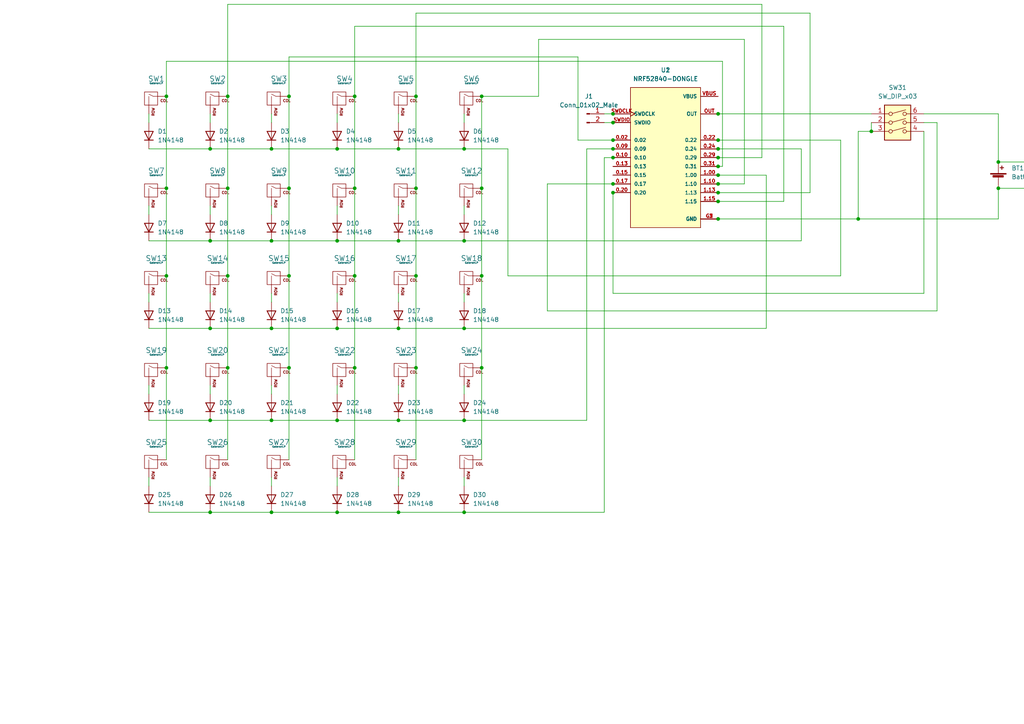
<source format=kicad_sch>
(kicad_sch (version 20211123) (generator eeschema)

  (uuid 87af778a-d642-4f31-8f66-d1bb0c547727)

  (paper "A4")

  (lib_symbols
    (symbol "Connector:Conn_01x02_Male" (pin_names (offset 1.016) hide) (in_bom yes) (on_board yes)
      (property "Reference" "J" (id 0) (at 0 2.54 0)
        (effects (font (size 1.27 1.27)))
      )
      (property "Value" "Conn_01x02_Male" (id 1) (at 0 -5.08 0)
        (effects (font (size 1.27 1.27)))
      )
      (property "Footprint" "" (id 2) (at 0 0 0)
        (effects (font (size 1.27 1.27)) hide)
      )
      (property "Datasheet" "~" (id 3) (at 0 0 0)
        (effects (font (size 1.27 1.27)) hide)
      )
      (property "ki_keywords" "connector" (id 4) (at 0 0 0)
        (effects (font (size 1.27 1.27)) hide)
      )
      (property "ki_description" "Generic connector, single row, 01x02, script generated (kicad-library-utils/schlib/autogen/connector/)" (id 5) (at 0 0 0)
        (effects (font (size 1.27 1.27)) hide)
      )
      (property "ki_fp_filters" "Connector*:*_1x??_*" (id 6) (at 0 0 0)
        (effects (font (size 1.27 1.27)) hide)
      )
      (symbol "Conn_01x02_Male_1_1"
        (polyline
          (pts
            (xy 1.27 -2.54)
            (xy 0.8636 -2.54)
          )
          (stroke (width 0.1524) (type default) (color 0 0 0 0))
          (fill (type none))
        )
        (polyline
          (pts
            (xy 1.27 0)
            (xy 0.8636 0)
          )
          (stroke (width 0.1524) (type default) (color 0 0 0 0))
          (fill (type none))
        )
        (rectangle (start 0.8636 -2.413) (end 0 -2.667)
          (stroke (width 0.1524) (type default) (color 0 0 0 0))
          (fill (type outline))
        )
        (rectangle (start 0.8636 0.127) (end 0 -0.127)
          (stroke (width 0.1524) (type default) (color 0 0 0 0))
          (fill (type outline))
        )
        (pin passive line (at 5.08 0 180) (length 3.81)
          (name "Pin_1" (effects (font (size 1.27 1.27))))
          (number "1" (effects (font (size 1.27 1.27))))
        )
        (pin passive line (at 5.08 -2.54 180) (length 3.81)
          (name "Pin_2" (effects (font (size 1.27 1.27))))
          (number "2" (effects (font (size 1.27 1.27))))
        )
      )
    )
    (symbol "Device:Battery_Cell" (pin_numbers hide) (pin_names (offset 0) hide) (in_bom yes) (on_board yes)
      (property "Reference" "BT" (id 0) (at 2.54 2.54 0)
        (effects (font (size 1.27 1.27)) (justify left))
      )
      (property "Value" "Battery_Cell" (id 1) (at 2.54 0 0)
        (effects (font (size 1.27 1.27)) (justify left))
      )
      (property "Footprint" "" (id 2) (at 0 1.524 90)
        (effects (font (size 1.27 1.27)) hide)
      )
      (property "Datasheet" "~" (id 3) (at 0 1.524 90)
        (effects (font (size 1.27 1.27)) hide)
      )
      (property "ki_keywords" "battery cell" (id 4) (at 0 0 0)
        (effects (font (size 1.27 1.27)) hide)
      )
      (property "ki_description" "Single-cell battery" (id 5) (at 0 0 0)
        (effects (font (size 1.27 1.27)) hide)
      )
      (symbol "Battery_Cell_0_1"
        (rectangle (start -2.286 1.778) (end 2.286 1.524)
          (stroke (width 0) (type default) (color 0 0 0 0))
          (fill (type outline))
        )
        (rectangle (start -1.5748 1.1938) (end 1.4732 0.6858)
          (stroke (width 0) (type default) (color 0 0 0 0))
          (fill (type outline))
        )
        (polyline
          (pts
            (xy 0 0.762)
            (xy 0 0)
          )
          (stroke (width 0) (type default) (color 0 0 0 0))
          (fill (type none))
        )
        (polyline
          (pts
            (xy 0 1.778)
            (xy 0 2.54)
          )
          (stroke (width 0) (type default) (color 0 0 0 0))
          (fill (type none))
        )
        (polyline
          (pts
            (xy 0.508 3.429)
            (xy 1.524 3.429)
          )
          (stroke (width 0.254) (type default) (color 0 0 0 0))
          (fill (type none))
        )
        (polyline
          (pts
            (xy 1.016 3.937)
            (xy 1.016 2.921)
          )
          (stroke (width 0.254) (type default) (color 0 0 0 0))
          (fill (type none))
        )
      )
      (symbol "Battery_Cell_1_1"
        (pin passive line (at 0 5.08 270) (length 2.54)
          (name "+" (effects (font (size 1.27 1.27))))
          (number "1" (effects (font (size 1.27 1.27))))
        )
        (pin passive line (at 0 -2.54 90) (length 2.54)
          (name "-" (effects (font (size 1.27 1.27))))
          (number "2" (effects (font (size 1.27 1.27))))
        )
      )
    )
    (symbol "Diode:1N4148" (pin_numbers hide) (pin_names hide) (in_bom yes) (on_board yes)
      (property "Reference" "D" (id 0) (at 0 2.54 0)
        (effects (font (size 1.27 1.27)))
      )
      (property "Value" "1N4148" (id 1) (at 0 -2.54 0)
        (effects (font (size 1.27 1.27)))
      )
      (property "Footprint" "Diode_THT:D_DO-35_SOD27_P7.62mm_Horizontal" (id 2) (at 0 0 0)
        (effects (font (size 1.27 1.27)) hide)
      )
      (property "Datasheet" "https://assets.nexperia.com/documents/data-sheet/1N4148_1N4448.pdf" (id 3) (at 0 0 0)
        (effects (font (size 1.27 1.27)) hide)
      )
      (property "ki_keywords" "diode" (id 4) (at 0 0 0)
        (effects (font (size 1.27 1.27)) hide)
      )
      (property "ki_description" "100V 0.15A standard switching diode, DO-35" (id 5) (at 0 0 0)
        (effects (font (size 1.27 1.27)) hide)
      )
      (property "ki_fp_filters" "D*DO?35*" (id 6) (at 0 0 0)
        (effects (font (size 1.27 1.27)) hide)
      )
      (symbol "1N4148_0_1"
        (polyline
          (pts
            (xy -1.27 1.27)
            (xy -1.27 -1.27)
          )
          (stroke (width 0.254) (type default) (color 0 0 0 0))
          (fill (type none))
        )
        (polyline
          (pts
            (xy 1.27 0)
            (xy -1.27 0)
          )
          (stroke (width 0) (type default) (color 0 0 0 0))
          (fill (type none))
        )
        (polyline
          (pts
            (xy 1.27 1.27)
            (xy 1.27 -1.27)
            (xy -1.27 0)
            (xy 1.27 1.27)
          )
          (stroke (width 0.254) (type default) (color 0 0 0 0))
          (fill (type none))
        )
      )
      (symbol "1N4148_1_1"
        (pin passive line (at -3.81 0 0) (length 2.54)
          (name "K" (effects (font (size 1.27 1.27))))
          (number "1" (effects (font (size 1.27 1.27))))
        )
        (pin passive line (at 3.81 0 180) (length 2.54)
          (name "A" (effects (font (size 1.27 1.27))))
          (number "2" (effects (font (size 1.27 1.27))))
        )
      )
    )
    (symbol "NRF52840-DONGLE:NRF52840-DONGLE" (pin_names (offset 1.016)) (in_bom yes) (on_board yes)
      (property "Reference" "U" (id 0) (at -10.16 21.082 0)
        (effects (font (size 1.27 1.27)) (justify left bottom))
      )
      (property "Value" "NRF52840-DONGLE" (id 1) (at -10.16 -22.86 0)
        (effects (font (size 1.27 1.27)) (justify left bottom))
      )
      (property "Footprint" "MODULE_NRF52840-DONGLE" (id 2) (at 0 0 0)
        (effects (font (size 1.27 1.27)) (justify left bottom) hide)
      )
      (property "Datasheet" "" (id 3) (at 0 0 0)
        (effects (font (size 1.27 1.27)) (justify left bottom) hide)
      )
      (property "MAXIMUM_PACKAGE_HEIGHT" "N/A" (id 4) (at 0 0 0)
        (effects (font (size 1.27 1.27)) (justify left bottom) hide)
      )
      (property "MANUFACTURER" "Nordic semiconductor" (id 5) (at 0 0 0)
        (effects (font (size 1.27 1.27)) (justify left bottom) hide)
      )
      (property "PARTREV" "1.1" (id 6) (at 0 0 0)
        (effects (font (size 1.27 1.27)) (justify left bottom) hide)
      )
      (property "STANDARD" "Manufacturer Recommendations" (id 7) (at 0 0 0)
        (effects (font (size 1.27 1.27)) (justify left bottom) hide)
      )
      (property "ki_locked" "" (id 8) (at 0 0 0)
        (effects (font (size 1.27 1.27)))
      )
      (symbol "NRF52840-DONGLE_0_0"
        (rectangle (start -10.16 -20.32) (end 10.16 20.32)
          (stroke (width 0.1524) (type default) (color 0 0 0 0))
          (fill (type background))
        )
        (pin bidirectional line (at -15.24 5.08 0) (length 5.08)
          (name "0.02" (effects (font (size 1.016 1.016))))
          (number "0.02" (effects (font (size 1.016 1.016))))
        )
        (pin bidirectional line (at -15.24 2.54 0) (length 5.08)
          (name "0.09" (effects (font (size 1.016 1.016))))
          (number "0.09" (effects (font (size 1.016 1.016))))
        )
        (pin bidirectional line (at -15.24 0 0) (length 5.08)
          (name "0.10" (effects (font (size 1.016 1.016))))
          (number "0.10" (effects (font (size 1.016 1.016))))
        )
        (pin bidirectional line (at -15.24 -2.54 0) (length 5.08)
          (name "0.13" (effects (font (size 1.016 1.016))))
          (number "0.13" (effects (font (size 1.016 1.016))))
        )
        (pin bidirectional line (at -15.24 -5.08 0) (length 5.08)
          (name "0.15" (effects (font (size 1.016 1.016))))
          (number "0.15" (effects (font (size 1.016 1.016))))
        )
        (pin bidirectional line (at -15.24 -7.62 0) (length 5.08)
          (name "0.17" (effects (font (size 1.016 1.016))))
          (number "0.17" (effects (font (size 1.016 1.016))))
        )
        (pin bidirectional line (at -15.24 -10.16 0) (length 5.08)
          (name "0.20" (effects (font (size 1.016 1.016))))
          (number "0.20" (effects (font (size 1.016 1.016))))
        )
        (pin bidirectional line (at 15.24 5.08 180) (length 5.08)
          (name "0.22" (effects (font (size 1.016 1.016))))
          (number "0.22" (effects (font (size 1.016 1.016))))
        )
        (pin bidirectional line (at 15.24 2.54 180) (length 5.08)
          (name "0.24" (effects (font (size 1.016 1.016))))
          (number "0.24" (effects (font (size 1.016 1.016))))
        )
        (pin bidirectional line (at 15.24 0 180) (length 5.08)
          (name "0.29" (effects (font (size 1.016 1.016))))
          (number "0.29" (effects (font (size 1.016 1.016))))
        )
        (pin bidirectional line (at 15.24 -2.54 180) (length 5.08)
          (name "0.31" (effects (font (size 1.016 1.016))))
          (number "0.31" (effects (font (size 1.016 1.016))))
        )
        (pin bidirectional line (at 15.24 -5.08 180) (length 5.08)
          (name "1.00" (effects (font (size 1.016 1.016))))
          (number "1.00" (effects (font (size 1.016 1.016))))
        )
        (pin bidirectional line (at 15.24 -7.62 180) (length 5.08)
          (name "1.10" (effects (font (size 1.016 1.016))))
          (number "1.10" (effects (font (size 1.016 1.016))))
        )
        (pin bidirectional line (at 15.24 -10.16 180) (length 5.08)
          (name "1.13" (effects (font (size 1.016 1.016))))
          (number "1.13" (effects (font (size 1.016 1.016))))
        )
        (pin bidirectional line (at 15.24 -12.7 180) (length 5.08)
          (name "1.15" (effects (font (size 1.016 1.016))))
          (number "1.15" (effects (font (size 1.016 1.016))))
        )
        (pin power_in line (at 15.24 -17.78 180) (length 5.08)
          (name "GND" (effects (font (size 1.016 1.016))))
          (number "G1" (effects (font (size 1.016 1.016))))
        )
        (pin power_in line (at 15.24 -17.78 180) (length 5.08)
          (name "GND" (effects (font (size 1.016 1.016))))
          (number "G2" (effects (font (size 1.016 1.016))))
        )
        (pin power_in line (at 15.24 -17.78 180) (length 5.08)
          (name "GND" (effects (font (size 1.016 1.016))))
          (number "G3" (effects (font (size 1.016 1.016))))
        )
        (pin output line (at 15.24 12.7 180) (length 5.08)
          (name "OUT" (effects (font (size 1.016 1.016))))
          (number "OUT" (effects (font (size 1.016 1.016))))
        )
        (pin input clock (at -15.24 12.7 0) (length 5.08)
          (name "SWDCLK" (effects (font (size 1.016 1.016))))
          (number "SWDCLK" (effects (font (size 1.016 1.016))))
        )
        (pin bidirectional line (at -15.24 10.16 0) (length 5.08)
          (name "SWDIO" (effects (font (size 1.016 1.016))))
          (number "SWDIO" (effects (font (size 1.016 1.016))))
        )
        (pin power_in line (at 15.24 17.78 180) (length 5.08)
          (name "VBUS" (effects (font (size 1.016 1.016))))
          (number "VBUS" (effects (font (size 1.016 1.016))))
        )
      )
    )
    (symbol "Switch:SW_DIP_x03" (pin_names (offset 0) hide) (in_bom yes) (on_board yes)
      (property "Reference" "SW" (id 0) (at 0 8.89 0)
        (effects (font (size 1.27 1.27)))
      )
      (property "Value" "SW_DIP_x03" (id 1) (at 0 -3.81 0)
        (effects (font (size 1.27 1.27)))
      )
      (property "Footprint" "" (id 2) (at 0 0 0)
        (effects (font (size 1.27 1.27)) hide)
      )
      (property "Datasheet" "~" (id 3) (at 0 0 0)
        (effects (font (size 1.27 1.27)) hide)
      )
      (property "ki_keywords" "dip switch" (id 4) (at 0 0 0)
        (effects (font (size 1.27 1.27)) hide)
      )
      (property "ki_description" "3x DIP Switch, Single Pole Single Throw (SPST) switch, small symbol" (id 5) (at 0 0 0)
        (effects (font (size 1.27 1.27)) hide)
      )
      (property "ki_fp_filters" "SW?DIP?x3*" (id 6) (at 0 0 0)
        (effects (font (size 1.27 1.27)) hide)
      )
      (symbol "SW_DIP_x03_0_0"
        (circle (center -2.032 0) (radius 0.508)
          (stroke (width 0) (type default) (color 0 0 0 0))
          (fill (type none))
        )
        (circle (center -2.032 2.54) (radius 0.508)
          (stroke (width 0) (type default) (color 0 0 0 0))
          (fill (type none))
        )
        (circle (center -2.032 5.08) (radius 0.508)
          (stroke (width 0) (type default) (color 0 0 0 0))
          (fill (type none))
        )
        (polyline
          (pts
            (xy -1.524 0.127)
            (xy 2.3622 1.1684)
          )
          (stroke (width 0) (type default) (color 0 0 0 0))
          (fill (type none))
        )
        (polyline
          (pts
            (xy -1.524 2.667)
            (xy 2.3622 3.7084)
          )
          (stroke (width 0) (type default) (color 0 0 0 0))
          (fill (type none))
        )
        (polyline
          (pts
            (xy -1.524 5.207)
            (xy 2.3622 6.2484)
          )
          (stroke (width 0) (type default) (color 0 0 0 0))
          (fill (type none))
        )
        (circle (center 2.032 0) (radius 0.508)
          (stroke (width 0) (type default) (color 0 0 0 0))
          (fill (type none))
        )
        (circle (center 2.032 2.54) (radius 0.508)
          (stroke (width 0) (type default) (color 0 0 0 0))
          (fill (type none))
        )
        (circle (center 2.032 5.08) (radius 0.508)
          (stroke (width 0) (type default) (color 0 0 0 0))
          (fill (type none))
        )
      )
      (symbol "SW_DIP_x03_0_1"
        (rectangle (start -3.81 7.62) (end 3.81 -2.54)
          (stroke (width 0.254) (type default) (color 0 0 0 0))
          (fill (type background))
        )
      )
      (symbol "SW_DIP_x03_1_1"
        (pin passive line (at -7.62 5.08 0) (length 5.08)
          (name "~" (effects (font (size 1.27 1.27))))
          (number "1" (effects (font (size 1.27 1.27))))
        )
        (pin passive line (at -7.62 2.54 0) (length 5.08)
          (name "~" (effects (font (size 1.27 1.27))))
          (number "2" (effects (font (size 1.27 1.27))))
        )
        (pin passive line (at -7.62 0 0) (length 5.08)
          (name "~" (effects (font (size 1.27 1.27))))
          (number "3" (effects (font (size 1.27 1.27))))
        )
        (pin passive line (at 7.62 0 180) (length 5.08)
          (name "~" (effects (font (size 1.27 1.27))))
          (number "4" (effects (font (size 1.27 1.27))))
        )
        (pin passive line (at 7.62 2.54 180) (length 5.08)
          (name "~" (effects (font (size 1.27 1.27))))
          (number "5" (effects (font (size 1.27 1.27))))
        )
        (pin passive line (at 7.62 5.08 180) (length 5.08)
          (name "~" (effects (font (size 1.27 1.27))))
          (number "6" (effects (font (size 1.27 1.27))))
        )
      )
    )
    (symbol "gateronLowProfile:GateronLP" (pin_names (offset 1.016)) (in_bom yes) (on_board yes)
      (property "Reference" "SW" (id 0) (at -0.635 3.81 0)
        (effects (font (size 1.524 1.524)))
      )
      (property "Value" "GateronLP" (id 1) (at -0.635 1.27 0)
        (effects (font (size 0.508 0.508)))
      )
      (property "Footprint" "" (id 2) (at -15.875 -0.635 0)
        (effects (font (size 1.524 1.524)) hide)
      )
      (property "Datasheet" "" (id 3) (at -15.875 -0.635 0)
        (effects (font (size 1.524 1.524)) hide)
      )
      (symbol "GateronLP_0_0"
        (rectangle (start -2.54 2.54) (end 1.27 -1.27)
          (stroke (width 0) (type default) (color 0 0 0 0))
          (fill (type none))
        )
        (polyline
          (pts
            (xy -1.27 -1.27)
            (xy -1.27 1.27)
          )
          (stroke (width 0.127) (type default) (color 0 0 0 0))
          (fill (type none))
        )
        (polyline
          (pts
            (xy 1.27 1.27)
            (xy 0 1.27)
            (xy -1.27 1.905)
          )
          (stroke (width 0.127) (type default) (color 0 0 0 0))
          (fill (type none))
        )
        (text "COL" (at 3.175 0 0)
          (effects (font (size 0.762 0.762)))
        )
        (text "ROW" (at 0 -1.905 900)
          (effects (font (size 0.762 0.762)) (justify right))
        )
      )
      (symbol "GateronLP_1_1"
        (pin passive line (at 3.81 1.27 180) (length 2.54)
          (name "COL" (effects (font (size 0 0))))
          (number "1" (effects (font (size 0 0))))
        )
        (pin passive line (at -1.27 -3.81 90) (length 2.54)
          (name "ROW" (effects (font (size 0 0))))
          (number "2" (effects (font (size 0 0))))
        )
      )
    )
  )

  (junction (at 134.62 148.59) (diameter 0) (color 0 0 0 0)
    (uuid 010296a9-7e0a-4d60-adea-a79585c325b9)
  )
  (junction (at 78.74 69.85) (diameter 0) (color 0 0 0 0)
    (uuid 053591ca-5010-43e9-b62a-87fa4d7876e7)
  )
  (junction (at 115.57 121.92) (diameter 0) (color 0 0 0 0)
    (uuid 09728225-48b7-49f7-9125-6f5600730b49)
  )
  (junction (at 120.65 80.01) (diameter 0) (color 0 0 0 0)
    (uuid 0d975c42-8a2c-4de7-b1b8-9c1b60410105)
  )
  (junction (at 48.26 80.01) (diameter 0) (color 0 0 0 0)
    (uuid 16b2c963-c6a3-4045-ac29-387bf5d725c8)
  )
  (junction (at 177.8 43.18) (diameter 0) (color 0 0 0 0)
    (uuid 17fe852d-df06-495e-8d69-9f2dc7513c54)
  )
  (junction (at 97.79 121.92) (diameter 0) (color 0 0 0 0)
    (uuid 1a42745f-2ead-450c-ad35-8591c929f195)
  )
  (junction (at 139.7 27.94) (diameter 0) (color 0 0 0 0)
    (uuid 1d007a28-30d9-425b-adca-0890fc1c9d92)
  )
  (junction (at 289.56 54.61) (diameter 0) (color 0 0 0 0)
    (uuid 2349e4fc-01aa-44d4-a296-fb5c549ed8a6)
  )
  (junction (at 208.28 53.34) (diameter 0) (color 0 0 0 0)
    (uuid 25b04197-f590-4259-8f8d-bca67232902f)
  )
  (junction (at 66.04 106.68) (diameter 0) (color 0 0 0 0)
    (uuid 2696c493-d0fc-4a6f-8b94-0ab28d0a9472)
  )
  (junction (at 66.04 54.61) (diameter 0) (color 0 0 0 0)
    (uuid 2a93dd7f-4b42-4736-9815-dce86265a48f)
  )
  (junction (at 97.79 148.59) (diameter 0) (color 0 0 0 0)
    (uuid 2d9b343b-15f2-49f2-8ff7-cb6f4136d50e)
  )
  (junction (at 208.28 45.72) (diameter 0) (color 0 0 0 0)
    (uuid 2e766eba-a54b-494c-9c03-5f8a0da7756a)
  )
  (junction (at 48.26 54.61) (diameter 0) (color 0 0 0 0)
    (uuid 2f118567-ccd7-4c61-8640-cd7ae1c03892)
  )
  (junction (at 83.82 106.68) (diameter 0) (color 0 0 0 0)
    (uuid 30fbbcbe-aa2d-40ff-86e6-0ea512747b88)
  )
  (junction (at 48.26 106.68) (diameter 0) (color 0 0 0 0)
    (uuid 405aa725-0617-4ad6-a5ad-dd0393afa89f)
  )
  (junction (at 208.28 55.88) (diameter 0) (color 0 0 0 0)
    (uuid 414e378d-aecd-4a7e-ba03-23721f8bdba6)
  )
  (junction (at 83.82 27.94) (diameter 0) (color 0 0 0 0)
    (uuid 441aff6a-bc6c-47a4-b6c0-1a65b626eca8)
  )
  (junction (at 134.62 69.85) (diameter 0) (color 0 0 0 0)
    (uuid 48b76351-cb71-420a-a0a1-e319e14d562c)
  )
  (junction (at 177.8 40.64) (diameter 0) (color 0 0 0 0)
    (uuid 4b4a91f9-1410-4f41-809a-57c3324c0b8b)
  )
  (junction (at 102.87 54.61) (diameter 0) (color 0 0 0 0)
    (uuid 4c7cb901-1c64-4003-a1d5-5898f9922964)
  )
  (junction (at 208.28 58.42) (diameter 0) (color 0 0 0 0)
    (uuid 4d9ed6b9-3035-4024-8be0-ec180663e37d)
  )
  (junction (at 115.57 148.59) (diameter 0) (color 0 0 0 0)
    (uuid 4e264685-8756-4e3f-9301-db9f79344795)
  )
  (junction (at 78.74 43.18) (diameter 0) (color 0 0 0 0)
    (uuid 4e6d5808-3d99-4045-af7e-fbde8ce8f5c9)
  )
  (junction (at 115.57 95.25) (diameter 0) (color 0 0 0 0)
    (uuid 5b5e6fc8-62de-49a0-a97b-d2e1ce7a1944)
  )
  (junction (at 60.96 69.85) (diameter 0) (color 0 0 0 0)
    (uuid 5b695184-7205-4f59-a072-d71bfc444ee0)
  )
  (junction (at 177.8 45.72) (diameter 0) (color 0 0 0 0)
    (uuid 5d933674-1c85-4e33-95e2-a019db5cb322)
  )
  (junction (at 48.26 27.94) (diameter 0) (color 0 0 0 0)
    (uuid 614de3b1-6027-432c-b1f8-3273060993d5)
  )
  (junction (at 120.65 54.61) (diameter 0) (color 0 0 0 0)
    (uuid 63aa5b6b-bc02-4fbf-a1ae-e5163883f555)
  )
  (junction (at 177.8 53.34) (diameter 0) (color 0 0 0 0)
    (uuid 670696d2-102b-4815-86a1-76918993bf49)
  )
  (junction (at 208.28 50.8) (diameter 0) (color 0 0 0 0)
    (uuid 69de1daa-2445-4b0e-8429-417a5b4454d4)
  )
  (junction (at 134.62 95.25) (diameter 0) (color 0 0 0 0)
    (uuid 705fefee-cf3a-4a49-a6cd-cfb0f325a034)
  )
  (junction (at 134.62 121.92) (diameter 0) (color 0 0 0 0)
    (uuid 70621255-b88b-4e96-94cb-fc5cff338592)
  )
  (junction (at 102.87 27.94) (diameter 0) (color 0 0 0 0)
    (uuid 765e783c-05a4-468d-abde-b1598213cfa8)
  )
  (junction (at 139.7 80.01) (diameter 0) (color 0 0 0 0)
    (uuid 777aa534-caab-4f57-8215-b84d5c3a2e92)
  )
  (junction (at 177.8 35.56) (diameter 0) (color 0 0 0 0)
    (uuid 7964bbcf-b1ab-48ad-a29b-d0b2a289ad27)
  )
  (junction (at 120.65 106.68) (diameter 0) (color 0 0 0 0)
    (uuid 7a9072ea-4570-4fc4-b8bb-0535b63e5835)
  )
  (junction (at 83.82 80.01) (diameter 0) (color 0 0 0 0)
    (uuid 814589ed-5e36-4473-a255-b3f8e8ff0365)
  )
  (junction (at 208.28 40.64) (diameter 0) (color 0 0 0 0)
    (uuid 81d46aa6-9256-4da4-b83c-8aeccd24d3e8)
  )
  (junction (at 97.79 95.25) (diameter 0) (color 0 0 0 0)
    (uuid 8edcecdb-f517-45c9-8cd1-18544aa65c9c)
  )
  (junction (at 97.79 69.85) (diameter 0) (color 0 0 0 0)
    (uuid 92ae91bf-daa7-4940-958f-a0eaee8be72f)
  )
  (junction (at 248.92 63.5) (diameter 0) (color 0 0 0 0)
    (uuid 93c52e9a-c4d5-458c-8bd0-3088a39e47bb)
  )
  (junction (at 60.96 148.59) (diameter 0) (color 0 0 0 0)
    (uuid 96a82314-6d74-4321-8760-0a8b590071da)
  )
  (junction (at 78.74 95.25) (diameter 0) (color 0 0 0 0)
    (uuid 97529821-973e-44a3-aaec-d2065e3fe431)
  )
  (junction (at 177.8 33.02) (diameter 0) (color 0 0 0 0)
    (uuid 9d285fcf-bbe9-40c8-9d1a-46492e3c3298)
  )
  (junction (at 78.74 121.92) (diameter 0) (color 0 0 0 0)
    (uuid 9e2b84e7-f605-4379-81a2-c32edec58bb7)
  )
  (junction (at 102.87 80.01) (diameter 0) (color 0 0 0 0)
    (uuid 9ef393d7-2597-4679-a62e-08566104203f)
  )
  (junction (at 208.28 63.5) (diameter 0) (color 0 0 0 0)
    (uuid a73af98b-146a-45e6-8b3e-5a3615e9caf2)
  )
  (junction (at 208.28 48.26) (diameter 0) (color 0 0 0 0)
    (uuid ab054a1e-a6ab-4c98-b5ae-54149e882598)
  )
  (junction (at 115.57 69.85) (diameter 0) (color 0 0 0 0)
    (uuid ae7e16a3-1e0c-4cb7-91f5-d6bb5cf7fc65)
  )
  (junction (at 252.73 38.1) (diameter 0) (color 0 0 0 0)
    (uuid b081529c-250a-4f27-93be-4bc593c461ea)
  )
  (junction (at 139.7 106.68) (diameter 0) (color 0 0 0 0)
    (uuid b7a99b94-07b1-4d7e-866b-e3e8067dc2b7)
  )
  (junction (at 66.04 27.94) (diameter 0) (color 0 0 0 0)
    (uuid b84cd407-7ba2-4899-9082-d9469cba66ca)
  )
  (junction (at 134.62 43.18) (diameter 0) (color 0 0 0 0)
    (uuid c22a98e9-543a-4e5f-a731-7705c1053c8a)
  )
  (junction (at 60.96 95.25) (diameter 0) (color 0 0 0 0)
    (uuid c2968f8c-1c04-4a30-af73-1bd782a8c0f9)
  )
  (junction (at 97.79 43.18) (diameter 0) (color 0 0 0 0)
    (uuid c6d9a80d-d201-4cfe-8b03-32965bd1b5e2)
  )
  (junction (at 177.8 55.88) (diameter 0) (color 0 0 0 0)
    (uuid c8ad4a29-509b-4613-8b65-02590646b5fe)
  )
  (junction (at 83.82 54.61) (diameter 0) (color 0 0 0 0)
    (uuid d43e96db-35dc-4f46-9af2-fee0165ca4dc)
  )
  (junction (at 115.57 43.18) (diameter 0) (color 0 0 0 0)
    (uuid d48c76ff-44e8-4fe6-826b-a335a5d5a356)
  )
  (junction (at 66.04 80.01) (diameter 0) (color 0 0 0 0)
    (uuid d514ba78-7779-49d9-ab9f-9a9779254e6d)
  )
  (junction (at 139.7 54.61) (diameter 0) (color 0 0 0 0)
    (uuid d9aadfc3-3595-4ab1-aebe-6e08c755aa7d)
  )
  (junction (at 120.65 27.94) (diameter 0) (color 0 0 0 0)
    (uuid e0bf4e45-e84b-4ade-a2e7-b812f3ea70cb)
  )
  (junction (at 208.28 33.02) (diameter 0) (color 0 0 0 0)
    (uuid e885e2b6-549e-41af-97c3-cad398e55b8b)
  )
  (junction (at 78.74 148.59) (diameter 0) (color 0 0 0 0)
    (uuid ea05ffc7-c120-41ec-8f5c-908502fa20a5)
  )
  (junction (at 289.56 46.99) (diameter 0) (color 0 0 0 0)
    (uuid ebb16b99-9eb9-429e-b4d0-ed85a3d439f7)
  )
  (junction (at 208.28 43.18) (diameter 0) (color 0 0 0 0)
    (uuid ef062eff-195a-42f6-af93-27ef28bdfb6c)
  )
  (junction (at 102.87 106.68) (diameter 0) (color 0 0 0 0)
    (uuid f91a22b4-d0a9-4db3-aa2e-937e37f534d5)
  )
  (junction (at 60.96 43.18) (diameter 0) (color 0 0 0 0)
    (uuid fb5f3e19-76e6-494f-aac7-14eb4f67b324)
  )
  (junction (at 60.96 121.92) (diameter 0) (color 0 0 0 0)
    (uuid ff029589-896d-41d7-8160-429dccc43d12)
  )

  (wire (pts (xy 43.18 121.92) (xy 60.96 121.92))
    (stroke (width 0) (type default) (color 0 0 0 0))
    (uuid 023d4744-3b9c-45bb-a45d-51fcefe61ebd)
  )
  (wire (pts (xy 243.84 80.01) (xy 243.84 40.64))
    (stroke (width 0) (type default) (color 0 0 0 0))
    (uuid 040c28c7-8938-46e7-abe8-b46c6e834499)
  )
  (wire (pts (xy 97.79 59.69) (xy 97.79 62.23))
    (stroke (width 0) (type default) (color 0 0 0 0))
    (uuid 0437f961-6445-4f9d-b3de-fdb6b4b57eba)
  )
  (wire (pts (xy 60.96 59.69) (xy 60.96 62.23))
    (stroke (width 0) (type default) (color 0 0 0 0))
    (uuid 069ea4f8-147a-43d6-ba2f-7654b41aa95b)
  )
  (wire (pts (xy 83.82 54.61) (xy 83.82 80.01))
    (stroke (width 0) (type default) (color 0 0 0 0))
    (uuid 084c78a7-7ad9-467f-8cae-5efe9d605495)
  )
  (wire (pts (xy 60.96 33.02) (xy 60.96 35.56))
    (stroke (width 0) (type default) (color 0 0 0 0))
    (uuid 08fd9239-69a4-4469-b6f2-33983c8484ce)
  )
  (wire (pts (xy 234.95 3.81) (xy 120.65 3.81))
    (stroke (width 0) (type default) (color 0 0 0 0))
    (uuid 0c0ab0bd-bac3-4190-8b21-074b449090d0)
  )
  (wire (pts (xy 43.18 95.25) (xy 60.96 95.25))
    (stroke (width 0) (type default) (color 0 0 0 0))
    (uuid 0c386f48-a585-494d-a74c-ca33849c49ee)
  )
  (wire (pts (xy 139.7 106.68) (xy 139.7 133.35))
    (stroke (width 0) (type default) (color 0 0 0 0))
    (uuid 0d5e0f95-23e1-4202-8d39-577280d1a82a)
  )
  (wire (pts (xy 208.28 33.02) (xy 252.73 33.02))
    (stroke (width 0) (type default) (color 0 0 0 0))
    (uuid 0e41c1c7-1c2f-46e9-8ecc-3705cfd1ca1d)
  )
  (wire (pts (xy 115.57 69.85) (xy 134.62 69.85))
    (stroke (width 0) (type default) (color 0 0 0 0))
    (uuid 10de754a-8351-4ba9-a848-274b719c6c1e)
  )
  (wire (pts (xy 167.64 16.51) (xy 167.64 40.64))
    (stroke (width 0) (type default) (color 0 0 0 0))
    (uuid 11e6553b-3426-4da8-948c-75fc680963f1)
  )
  (wire (pts (xy 60.96 95.25) (xy 78.74 95.25))
    (stroke (width 0) (type default) (color 0 0 0 0))
    (uuid 143b7efb-2ed1-4af2-bd31-b943e78a583d)
  )
  (wire (pts (xy 97.79 43.18) (xy 115.57 43.18))
    (stroke (width 0) (type default) (color 0 0 0 0))
    (uuid 173d70c3-52f9-4827-b57f-c49681bb6c9c)
  )
  (wire (pts (xy 139.7 54.61) (xy 139.7 80.01))
    (stroke (width 0) (type default) (color 0 0 0 0))
    (uuid 18463f77-8233-4e4a-967b-0199d2fb45b8)
  )
  (wire (pts (xy 97.79 33.02) (xy 97.79 35.56))
    (stroke (width 0) (type default) (color 0 0 0 0))
    (uuid 1afe6a33-a2f7-428d-863b-f80a6dd23b8e)
  )
  (wire (pts (xy 48.26 54.61) (xy 48.26 80.01))
    (stroke (width 0) (type default) (color 0 0 0 0))
    (uuid 1b9762e8-9862-4c67-b993-3b007539d2a8)
  )
  (wire (pts (xy 156.21 11.43) (xy 215.9 11.43))
    (stroke (width 0) (type default) (color 0 0 0 0))
    (uuid 1e9077d1-762c-41bd-bbd7-0de5452893e7)
  )
  (wire (pts (xy 311.15 46.99) (xy 289.56 46.99))
    (stroke (width 0) (type default) (color 0 0 0 0))
    (uuid 220913be-f8ea-4287-80f8-3fab217950c5)
  )
  (wire (pts (xy 120.65 54.61) (xy 120.65 80.01))
    (stroke (width 0) (type default) (color 0 0 0 0))
    (uuid 2701428b-aa67-424a-9e47-561c1ae3741b)
  )
  (wire (pts (xy 97.79 138.43) (xy 97.79 140.97))
    (stroke (width 0) (type default) (color 0 0 0 0))
    (uuid 2bea90f1-6b79-4d15-a2ac-737a4bab39f9)
  )
  (wire (pts (xy 78.74 69.85) (xy 97.79 69.85))
    (stroke (width 0) (type default) (color 0 0 0 0))
    (uuid 2d4becaa-bd63-43dc-96b7-fca49643e13a)
  )
  (wire (pts (xy 120.65 80.01) (xy 120.65 106.68))
    (stroke (width 0) (type default) (color 0 0 0 0))
    (uuid 34f5a2be-c343-40d0-8f86-f26863635e86)
  )
  (wire (pts (xy 48.26 106.68) (xy 48.26 133.35))
    (stroke (width 0) (type default) (color 0 0 0 0))
    (uuid 35672a4b-3e1e-477e-b980-c51caa4d89ba)
  )
  (wire (pts (xy 78.74 121.92) (xy 97.79 121.92))
    (stroke (width 0) (type default) (color 0 0 0 0))
    (uuid 37aae15b-8cfb-4d1e-b0b2-d9044d1ef418)
  )
  (wire (pts (xy 115.57 148.59) (xy 134.62 148.59))
    (stroke (width 0) (type default) (color 0 0 0 0))
    (uuid 39fe3c4d-14b4-46a3-8afa-f637cc0f9249)
  )
  (wire (pts (xy 267.97 85.09) (xy 267.97 38.1))
    (stroke (width 0) (type default) (color 0 0 0 0))
    (uuid 3adeb252-5993-438f-ac84-4bce22a01567)
  )
  (wire (pts (xy 134.62 148.59) (xy 175.26 148.59))
    (stroke (width 0) (type default) (color 0 0 0 0))
    (uuid 3b45719d-a0c3-4c9c-8903-fc5bc0cab81c)
  )
  (wire (pts (xy 175.26 148.59) (xy 175.26 45.72))
    (stroke (width 0) (type default) (color 0 0 0 0))
    (uuid 3dd01018-502e-4496-8855-a5948ec1bd51)
  )
  (wire (pts (xy 43.18 43.18) (xy 60.96 43.18))
    (stroke (width 0) (type default) (color 0 0 0 0))
    (uuid 401fa292-1edb-4b1c-821d-31a8076a7b04)
  )
  (wire (pts (xy 115.57 59.69) (xy 115.57 62.23))
    (stroke (width 0) (type default) (color 0 0 0 0))
    (uuid 40289033-cb81-40f2-ad91-695b5448e63e)
  )
  (wire (pts (xy 232.41 69.85) (xy 232.41 43.18))
    (stroke (width 0) (type default) (color 0 0 0 0))
    (uuid 40cfa7b6-eb71-414e-bc64-bb8229bb441e)
  )
  (wire (pts (xy 220.98 1.27) (xy 220.98 45.72))
    (stroke (width 0) (type default) (color 0 0 0 0))
    (uuid 41090765-3d77-488b-a132-766ca47a1cba)
  )
  (wire (pts (xy 60.96 138.43) (xy 60.96 140.97))
    (stroke (width 0) (type default) (color 0 0 0 0))
    (uuid 4424e7bf-0397-4423-88f5-01a4d3c7b873)
  )
  (wire (pts (xy 97.79 111.76) (xy 97.79 114.3))
    (stroke (width 0) (type default) (color 0 0 0 0))
    (uuid 449225d2-e7da-4734-afb5-b44916289bf7)
  )
  (wire (pts (xy 248.92 38.1) (xy 248.92 63.5))
    (stroke (width 0) (type default) (color 0 0 0 0))
    (uuid 46010e5e-77e8-4be5-b0f0-0498a66730e6)
  )
  (wire (pts (xy 170.18 43.18) (xy 177.8 43.18))
    (stroke (width 0) (type default) (color 0 0 0 0))
    (uuid 4665da57-3ad9-43dd-aad4-6b8541a76e59)
  )
  (wire (pts (xy 66.04 106.68) (xy 66.04 133.35))
    (stroke (width 0) (type default) (color 0 0 0 0))
    (uuid 46c89cd1-65aa-41ad-b9d6-fed505e839c2)
  )
  (wire (pts (xy 78.74 95.25) (xy 97.79 95.25))
    (stroke (width 0) (type default) (color 0 0 0 0))
    (uuid 48272fdc-94bf-4d17-8782-55135345fbc6)
  )
  (wire (pts (xy 208.28 58.42) (xy 227.33 58.42))
    (stroke (width 0) (type default) (color 0 0 0 0))
    (uuid 4913ed4d-91b4-4c24-bcd2-8df5d6171be9)
  )
  (wire (pts (xy 220.98 45.72) (xy 208.28 45.72))
    (stroke (width 0) (type default) (color 0 0 0 0))
    (uuid 49d22180-57ed-4191-b158-c1ac29f3f82a)
  )
  (wire (pts (xy 78.74 111.76) (xy 78.74 114.3))
    (stroke (width 0) (type default) (color 0 0 0 0))
    (uuid 4afb1b92-5a0f-490c-9ea0-efdfccf15b10)
  )
  (wire (pts (xy 175.26 33.02) (xy 177.8 33.02))
    (stroke (width 0) (type default) (color 0 0 0 0))
    (uuid 4b93b917-ba62-4c2e-a40c-a0ca10b32b36)
  )
  (wire (pts (xy 134.62 111.76) (xy 134.62 114.3))
    (stroke (width 0) (type default) (color 0 0 0 0))
    (uuid 4ba98d85-1d8d-45c8-a4d1-ed145d421798)
  )
  (wire (pts (xy 83.82 27.94) (xy 83.82 54.61))
    (stroke (width 0) (type default) (color 0 0 0 0))
    (uuid 4d570ff4-3c5e-4d0c-8db4-0d3397857d7c)
  )
  (wire (pts (xy 115.57 121.92) (xy 134.62 121.92))
    (stroke (width 0) (type default) (color 0 0 0 0))
    (uuid 4d9c9164-a97b-4c5a-8c52-6a073827c3f9)
  )
  (wire (pts (xy 134.62 95.25) (xy 222.25 95.25))
    (stroke (width 0) (type default) (color 0 0 0 0))
    (uuid 512b64ec-f9c4-4147-a65b-44592aa97fc6)
  )
  (wire (pts (xy 115.57 43.18) (xy 134.62 43.18))
    (stroke (width 0) (type default) (color 0 0 0 0))
    (uuid 54c07f6a-1048-4e08-b670-1980b3d49611)
  )
  (wire (pts (xy 139.7 27.94) (xy 139.7 54.61))
    (stroke (width 0) (type default) (color 0 0 0 0))
    (uuid 54c65edb-2271-4098-8a43-23ca5ba68615)
  )
  (wire (pts (xy 271.78 35.56) (xy 267.97 35.56))
    (stroke (width 0) (type default) (color 0 0 0 0))
    (uuid 54d46aea-27a7-41a6-a07a-f494bc31cc1d)
  )
  (wire (pts (xy 208.28 63.5) (xy 248.92 63.5))
    (stroke (width 0) (type default) (color 0 0 0 0))
    (uuid 54fba4f1-9c84-476c-b1e9-d8354a786334)
  )
  (wire (pts (xy 66.04 1.27) (xy 220.98 1.27))
    (stroke (width 0) (type default) (color 0 0 0 0))
    (uuid 574d74e7-b218-4982-8c7f-5f85208abb73)
  )
  (wire (pts (xy 48.26 27.94) (xy 48.26 54.61))
    (stroke (width 0) (type default) (color 0 0 0 0))
    (uuid 585368f9-b286-417d-a5c6-5d5b36ffef12)
  )
  (wire (pts (xy 139.7 27.94) (xy 156.21 27.94))
    (stroke (width 0) (type default) (color 0 0 0 0))
    (uuid 59eab192-b796-4bae-9bd5-235612a625a7)
  )
  (wire (pts (xy 78.74 138.43) (xy 78.74 140.97))
    (stroke (width 0) (type default) (color 0 0 0 0))
    (uuid 5a6c87e6-8c5e-4d0c-b422-54827ce01223)
  )
  (wire (pts (xy 177.8 85.09) (xy 267.97 85.09))
    (stroke (width 0) (type default) (color 0 0 0 0))
    (uuid 5c8a8f59-f2c7-4f1e-a348-1a49eac74c93)
  )
  (wire (pts (xy 97.79 69.85) (xy 115.57 69.85))
    (stroke (width 0) (type default) (color 0 0 0 0))
    (uuid 5e367d5d-0f6d-49d6-8f5e-9403d2302580)
  )
  (wire (pts (xy 134.62 69.85) (xy 232.41 69.85))
    (stroke (width 0) (type default) (color 0 0 0 0))
    (uuid 5f56177d-a9c2-45c6-948a-ac1f9380d8db)
  )
  (wire (pts (xy 120.65 106.68) (xy 120.65 133.35))
    (stroke (width 0) (type default) (color 0 0 0 0))
    (uuid 6548a5f1-5eb6-4a53-a508-6c84e366c4cc)
  )
  (wire (pts (xy 115.57 138.43) (xy 115.57 140.97))
    (stroke (width 0) (type default) (color 0 0 0 0))
    (uuid 68cb2339-17aa-4eb2-8ff4-718734aaa1e6)
  )
  (wire (pts (xy 222.25 95.25) (xy 222.25 50.8))
    (stroke (width 0) (type default) (color 0 0 0 0))
    (uuid 69f61fc6-46fd-438b-9d3b-5a764aff0669)
  )
  (wire (pts (xy 43.18 111.76) (xy 43.18 114.3))
    (stroke (width 0) (type default) (color 0 0 0 0))
    (uuid 6de7de32-49f6-449f-92b8-f29224e790c0)
  )
  (wire (pts (xy 60.96 121.92) (xy 78.74 121.92))
    (stroke (width 0) (type default) (color 0 0 0 0))
    (uuid 6e827b06-6b70-45a2-89d4-8fbec5c97298)
  )
  (wire (pts (xy 102.87 80.01) (xy 102.87 106.68))
    (stroke (width 0) (type default) (color 0 0 0 0))
    (uuid 6f872a56-3ea7-468a-9e36-cf3ab1a41039)
  )
  (wire (pts (xy 102.87 106.68) (xy 102.87 133.35))
    (stroke (width 0) (type default) (color 0 0 0 0))
    (uuid 6fb37ff7-6c84-4086-8c4e-ef7a2dd14756)
  )
  (wire (pts (xy 83.82 27.94) (xy 83.82 16.51))
    (stroke (width 0) (type default) (color 0 0 0 0))
    (uuid 716d9cec-29fa-42ca-a4ad-ab898f53a9c3)
  )
  (wire (pts (xy 134.62 43.18) (xy 147.32 43.18))
    (stroke (width 0) (type default) (color 0 0 0 0))
    (uuid 72a8a5f8-366c-4dd3-b578-f9a7cb425927)
  )
  (wire (pts (xy 271.78 90.17) (xy 271.78 35.56))
    (stroke (width 0) (type default) (color 0 0 0 0))
    (uuid 744efd73-728a-4279-9c99-cf92aedcd782)
  )
  (wire (pts (xy 43.18 148.59) (xy 60.96 148.59))
    (stroke (width 0) (type default) (color 0 0 0 0))
    (uuid 7771f1cf-bc01-4524-9361-d0260d9bac18)
  )
  (wire (pts (xy 83.82 106.68) (xy 83.82 133.35))
    (stroke (width 0) (type default) (color 0 0 0 0))
    (uuid 7cbba739-0d9e-4bf8-9bf9-ce0af6c2d8a2)
  )
  (wire (pts (xy 43.18 69.85) (xy 60.96 69.85))
    (stroke (width 0) (type default) (color 0 0 0 0))
    (uuid 7d4b0204-f61e-4abf-9dca-70f7e26dbbff)
  )
  (wire (pts (xy 147.32 80.01) (xy 243.84 80.01))
    (stroke (width 0) (type default) (color 0 0 0 0))
    (uuid 7e1ac167-ee48-4b39-af64-0994d8b56396)
  )
  (wire (pts (xy 78.74 148.59) (xy 97.79 148.59))
    (stroke (width 0) (type default) (color 0 0 0 0))
    (uuid 8036aae5-776f-4f98-898a-55fb040b0fb0)
  )
  (wire (pts (xy 66.04 27.94) (xy 66.04 1.27))
    (stroke (width 0) (type default) (color 0 0 0 0))
    (uuid 809acc36-52cd-4ed4-88fa-14a5f463f5ca)
  )
  (wire (pts (xy 177.8 55.88) (xy 177.8 85.09))
    (stroke (width 0) (type default) (color 0 0 0 0))
    (uuid 82176d14-de5e-4c32-a2fc-a0309e850097)
  )
  (wire (pts (xy 215.9 53.34) (xy 208.28 53.34))
    (stroke (width 0) (type default) (color 0 0 0 0))
    (uuid 86429057-3c4b-4d65-b1bb-b0d0e82da6a7)
  )
  (wire (pts (xy 208.28 55.88) (xy 234.95 55.88))
    (stroke (width 0) (type default) (color 0 0 0 0))
    (uuid 87d27e5d-b5c6-4aa3-be8d-90af0177eb3d)
  )
  (wire (pts (xy 43.18 59.69) (xy 43.18 62.23))
    (stroke (width 0) (type default) (color 0 0 0 0))
    (uuid 8a48aa67-437f-4994-a253-d529dcbb6bb0)
  )
  (wire (pts (xy 66.04 27.94) (xy 66.04 54.61))
    (stroke (width 0) (type default) (color 0 0 0 0))
    (uuid 8df21f6b-09c5-4a44-8927-4be04471d9a7)
  )
  (wire (pts (xy 60.96 43.18) (xy 78.74 43.18))
    (stroke (width 0) (type default) (color 0 0 0 0))
    (uuid 8ffdcb04-77f3-4b82-a44d-6b0320b789a7)
  )
  (wire (pts (xy 60.96 69.85) (xy 78.74 69.85))
    (stroke (width 0) (type default) (color 0 0 0 0))
    (uuid 9013bfb3-8b4e-4247-ba74-a750325c91dd)
  )
  (wire (pts (xy 139.7 80.01) (xy 139.7 106.68))
    (stroke (width 0) (type default) (color 0 0 0 0))
    (uuid 929e19ce-a191-4768-bcf6-ed3d9ab70c81)
  )
  (wire (pts (xy 234.95 55.88) (xy 234.95 3.81))
    (stroke (width 0) (type default) (color 0 0 0 0))
    (uuid 941c8300-c2fc-47cd-a1b9-636f445f51c2)
  )
  (wire (pts (xy 134.62 85.09) (xy 134.62 87.63))
    (stroke (width 0) (type default) (color 0 0 0 0))
    (uuid 941dd300-b6b0-4603-be99-9d3609c1889f)
  )
  (wire (pts (xy 66.04 80.01) (xy 66.04 106.68))
    (stroke (width 0) (type default) (color 0 0 0 0))
    (uuid 94ca483d-1bc7-437d-9da8-1e9ec788364c)
  )
  (wire (pts (xy 175.26 35.56) (xy 177.8 35.56))
    (stroke (width 0) (type default) (color 0 0 0 0))
    (uuid 94e7f141-6598-417e-8f3d-d23012e16c56)
  )
  (wire (pts (xy 248.92 63.5) (xy 289.56 63.5))
    (stroke (width 0) (type default) (color 0 0 0 0))
    (uuid 952a9785-3ef7-4b04-ba47-450765aaa90d)
  )
  (wire (pts (xy 102.87 54.61) (xy 102.87 80.01))
    (stroke (width 0) (type default) (color 0 0 0 0))
    (uuid 976c0663-caf6-43ef-98d8-260cd810815a)
  )
  (wire (pts (xy 120.65 27.94) (xy 120.65 54.61))
    (stroke (width 0) (type default) (color 0 0 0 0))
    (uuid 9782798a-242d-4995-9798-b345601271ef)
  )
  (wire (pts (xy 43.18 138.43) (xy 43.18 140.97))
    (stroke (width 0) (type default) (color 0 0 0 0))
    (uuid 988e7c7a-8db6-4716-9185-692860c706ac)
  )
  (wire (pts (xy 252.73 38.1) (xy 248.92 38.1))
    (stroke (width 0) (type default) (color 0 0 0 0))
    (uuid 98b3d31e-1d14-4aee-a45e-96b8029d7dc9)
  )
  (wire (pts (xy 170.18 121.92) (xy 170.18 43.18))
    (stroke (width 0) (type default) (color 0 0 0 0))
    (uuid 997fc9e6-973a-48f1-9b07-0a7d6e5b6614)
  )
  (wire (pts (xy 102.87 27.94) (xy 102.87 7.62))
    (stroke (width 0) (type default) (color 0 0 0 0))
    (uuid 9bc41711-215d-4ba0-887f-61da218df0b0)
  )
  (wire (pts (xy 227.33 7.62) (xy 227.33 58.42))
    (stroke (width 0) (type default) (color 0 0 0 0))
    (uuid 9ca30819-2163-4e86-8ae0-f67370938d4f)
  )
  (wire (pts (xy 83.82 80.01) (xy 83.82 106.68))
    (stroke (width 0) (type default) (color 0 0 0 0))
    (uuid a324a768-b109-4322-8177-7a8a13ed6843)
  )
  (wire (pts (xy 115.57 111.76) (xy 115.57 114.3))
    (stroke (width 0) (type default) (color 0 0 0 0))
    (uuid a386ef84-6232-4afb-90ce-db9a058720f2)
  )
  (wire (pts (xy 48.26 17.78) (xy 48.26 27.94))
    (stroke (width 0) (type default) (color 0 0 0 0))
    (uuid a42d6dbd-ee30-435f-a65b-9e1f50f200cf)
  )
  (wire (pts (xy 43.18 33.02) (xy 43.18 35.56))
    (stroke (width 0) (type default) (color 0 0 0 0))
    (uuid a5ce65cd-d956-44df-8486-c97cd12e369d)
  )
  (wire (pts (xy 97.79 121.92) (xy 115.57 121.92))
    (stroke (width 0) (type default) (color 0 0 0 0))
    (uuid a6995de9-e0e2-43a2-a36b-9cd95f5c4a63)
  )
  (wire (pts (xy 48.26 80.01) (xy 48.26 106.68))
    (stroke (width 0) (type default) (color 0 0 0 0))
    (uuid ab1c183b-9d82-48a7-8463-b9807dfa060e)
  )
  (wire (pts (xy 60.96 148.59) (xy 78.74 148.59))
    (stroke (width 0) (type default) (color 0 0 0 0))
    (uuid ac1e02bf-7a39-43cf-8ea1-e27345ded3d6)
  )
  (wire (pts (xy 209.55 17.78) (xy 48.26 17.78))
    (stroke (width 0) (type default) (color 0 0 0 0))
    (uuid ad4bfaa9-4cc6-4c0a-ae7c-33d8cc839928)
  )
  (wire (pts (xy 156.21 27.94) (xy 156.21 11.43))
    (stroke (width 0) (type default) (color 0 0 0 0))
    (uuid b0dea2fc-5e04-4dd8-85b2-b5a82c76d61b)
  )
  (wire (pts (xy 175.26 45.72) (xy 177.8 45.72))
    (stroke (width 0) (type default) (color 0 0 0 0))
    (uuid b2750763-f7ee-4080-89ca-757d4cafa60a)
  )
  (wire (pts (xy 115.57 85.09) (xy 115.57 87.63))
    (stroke (width 0) (type default) (color 0 0 0 0))
    (uuid b3da6c19-dd38-442c-b027-4f108bf3d11b)
  )
  (wire (pts (xy 115.57 95.25) (xy 134.62 95.25))
    (stroke (width 0) (type default) (color 0 0 0 0))
    (uuid b5aec23d-3a46-4529-82f7-a005190b6050)
  )
  (wire (pts (xy 97.79 95.25) (xy 115.57 95.25))
    (stroke (width 0) (type default) (color 0 0 0 0))
    (uuid b633bba4-e4ec-4cd1-8445-b059248a9044)
  )
  (wire (pts (xy 243.84 40.64) (xy 208.28 40.64))
    (stroke (width 0) (type default) (color 0 0 0 0))
    (uuid b69c1cbf-1b44-4bad-9d59-2f1ca26b005b)
  )
  (wire (pts (xy 120.65 3.81) (xy 120.65 27.94))
    (stroke (width 0) (type default) (color 0 0 0 0))
    (uuid b7931a18-721e-40ed-8020-f3a39fef5269)
  )
  (wire (pts (xy 115.57 33.02) (xy 115.57 35.56))
    (stroke (width 0) (type default) (color 0 0 0 0))
    (uuid b83ddc18-c538-4b7c-806d-17f028f977ef)
  )
  (wire (pts (xy 78.74 59.69) (xy 78.74 62.23))
    (stroke (width 0) (type default) (color 0 0 0 0))
    (uuid b8ad20b3-fd86-4122-b24f-c68a4ada13c9)
  )
  (wire (pts (xy 289.56 63.5) (xy 289.56 54.61))
    (stroke (width 0) (type default) (color 0 0 0 0))
    (uuid b8d84eaf-07ad-4913-807b-74dbb733d25d)
  )
  (wire (pts (xy 289.56 33.02) (xy 289.56 46.99))
    (stroke (width 0) (type default) (color 0 0 0 0))
    (uuid c0259f33-2714-4aba-b45e-9a40e616a255)
  )
  (wire (pts (xy 158.75 53.34) (xy 158.75 90.17))
    (stroke (width 0) (type default) (color 0 0 0 0))
    (uuid c6a7fe68-55e1-48e0-bc58-5f3633bad11a)
  )
  (wire (pts (xy 66.04 54.61) (xy 66.04 80.01))
    (stroke (width 0) (type default) (color 0 0 0 0))
    (uuid c6add440-a718-4d90-b99f-41b54a8a6156)
  )
  (wire (pts (xy 83.82 16.51) (xy 167.64 16.51))
    (stroke (width 0) (type default) (color 0 0 0 0))
    (uuid c77268b6-6f8f-4fbb-9c14-45a176ccb18a)
  )
  (wire (pts (xy 147.32 43.18) (xy 147.32 80.01))
    (stroke (width 0) (type default) (color 0 0 0 0))
    (uuid c8c516ac-e8ef-4030-8386-6234786c7c5b)
  )
  (wire (pts (xy 208.28 48.26) (xy 209.55 48.26))
    (stroke (width 0) (type default) (color 0 0 0 0))
    (uuid c9428827-6c7d-4bb2-8e00-662b3ce0edb7)
  )
  (wire (pts (xy 134.62 33.02) (xy 134.62 35.56))
    (stroke (width 0) (type default) (color 0 0 0 0))
    (uuid cc1d08b3-7415-4520-9ba6-2a7bad2eb80c)
  )
  (wire (pts (xy 78.74 43.18) (xy 97.79 43.18))
    (stroke (width 0) (type default) (color 0 0 0 0))
    (uuid cd05f638-daf3-4a84-b430-1d99cda94c70)
  )
  (wire (pts (xy 78.74 33.02) (xy 78.74 35.56))
    (stroke (width 0) (type default) (color 0 0 0 0))
    (uuid cf9c363b-062b-439f-bd24-3ad727c4bbb8)
  )
  (wire (pts (xy 158.75 90.17) (xy 271.78 90.17))
    (stroke (width 0) (type default) (color 0 0 0 0))
    (uuid d46bf596-52f1-40a6-9402-b2f0bee61360)
  )
  (wire (pts (xy 78.74 85.09) (xy 78.74 87.63))
    (stroke (width 0) (type default) (color 0 0 0 0))
    (uuid da5a2aee-868b-4b2e-85f0-ab48ab763638)
  )
  (wire (pts (xy 222.25 50.8) (xy 208.28 50.8))
    (stroke (width 0) (type default) (color 0 0 0 0))
    (uuid dc869e0b-6bc2-43c3-9e50-f27052fb319b)
  )
  (wire (pts (xy 311.15 54.61) (xy 289.56 54.61))
    (stroke (width 0) (type default) (color 0 0 0 0))
    (uuid dd7b0b17-c196-4e07-80b0-df351907ac2d)
  )
  (wire (pts (xy 215.9 11.43) (xy 215.9 53.34))
    (stroke (width 0) (type default) (color 0 0 0 0))
    (uuid de47ccce-c3c8-4c18-aaa0-15efac50ff94)
  )
  (wire (pts (xy 97.79 148.59) (xy 115.57 148.59))
    (stroke (width 0) (type default) (color 0 0 0 0))
    (uuid de9355c3-c80f-4a29-b262-8ec794165f99)
  )
  (wire (pts (xy 134.62 121.92) (xy 170.18 121.92))
    (stroke (width 0) (type default) (color 0 0 0 0))
    (uuid e0f74aea-0a40-4025-9347-074114fe477c)
  )
  (wire (pts (xy 97.79 85.09) (xy 97.79 87.63))
    (stroke (width 0) (type default) (color 0 0 0 0))
    (uuid e308cc3e-4dfa-48ee-a0ae-1a62ee3b490f)
  )
  (wire (pts (xy 102.87 7.62) (xy 227.33 7.62))
    (stroke (width 0) (type default) (color 0 0 0 0))
    (uuid e91a1625-1034-44f3-b06d-f68772268dbf)
  )
  (wire (pts (xy 43.18 85.09) (xy 43.18 87.63))
    (stroke (width 0) (type default) (color 0 0 0 0))
    (uuid ea318f85-a166-4253-972f-a2bb24f15baa)
  )
  (wire (pts (xy 267.97 33.02) (xy 289.56 33.02))
    (stroke (width 0) (type default) (color 0 0 0 0))
    (uuid eaf87c09-d531-45e8-975d-c01bddfbff50)
  )
  (wire (pts (xy 252.73 35.56) (xy 252.73 38.1))
    (stroke (width 0) (type default) (color 0 0 0 0))
    (uuid ec4c2c3b-2236-40ab-a7e2-05c4a2a44c35)
  )
  (wire (pts (xy 177.8 53.34) (xy 158.75 53.34))
    (stroke (width 0) (type default) (color 0 0 0 0))
    (uuid ec8a7adf-12d9-4207-bdea-7b7351ee4375)
  )
  (wire (pts (xy 209.55 48.26) (xy 209.55 17.78))
    (stroke (width 0) (type default) (color 0 0 0 0))
    (uuid ee69cc09-0bb0-4ebd-b3c5-f90c63aa3be3)
  )
  (wire (pts (xy 60.96 111.76) (xy 60.96 114.3))
    (stroke (width 0) (type default) (color 0 0 0 0))
    (uuid ef0b530f-819a-4b66-b075-8ed58daa0371)
  )
  (wire (pts (xy 167.64 40.64) (xy 177.8 40.64))
    (stroke (width 0) (type default) (color 0 0 0 0))
    (uuid ef507345-e798-4e49-837b-1b9d2e204333)
  )
  (wire (pts (xy 232.41 43.18) (xy 208.28 43.18))
    (stroke (width 0) (type default) (color 0 0 0 0))
    (uuid efe257a5-398f-4468-bdc3-be03b69d429f)
  )
  (wire (pts (xy 102.87 27.94) (xy 102.87 54.61))
    (stroke (width 0) (type default) (color 0 0 0 0))
    (uuid f4eb97f0-6144-4a89-badb-5880b16b7cd0)
  )
  (wire (pts (xy 134.62 59.69) (xy 134.62 62.23))
    (stroke (width 0) (type default) (color 0 0 0 0))
    (uuid f7f2395f-69dd-41d6-9465-623a72b2fdf3)
  )
  (wire (pts (xy 60.96 85.09) (xy 60.96 87.63))
    (stroke (width 0) (type default) (color 0 0 0 0))
    (uuid fa6d38f6-b290-4834-a5f2-555b25222c59)
  )
  (wire (pts (xy 134.62 138.43) (xy 134.62 140.97))
    (stroke (width 0) (type default) (color 0 0 0 0))
    (uuid fc2ee2a0-7657-4a10-b8f5-1114998ea607)
  )

  (symbol (lib_id "Diode:1N4148") (at 60.96 66.04 90) (unit 1)
    (in_bom yes) (on_board yes) (fields_autoplaced)
    (uuid 0668b538-b464-4a24-94ae-d3752221718f)
    (property "Reference" "D8" (id 0) (at 63.5 64.7699 90)
      (effects (font (size 1.27 1.27)) (justify right))
    )
    (property "Value" "1N4148" (id 1) (at 63.5 67.3099 90)
      (effects (font (size 1.27 1.27)) (justify right))
    )
    (property "Footprint" "Diode_THT:D_DO-35_SOD27_P7.62mm_Horizontal" (id 2) (at 60.96 66.04 0)
      (effects (font (size 1.27 1.27)) hide)
    )
    (property "Datasheet" "https://assets.nexperia.com/documents/data-sheet/1N4148_1N4448.pdf" (id 3) (at 60.96 66.04 0)
      (effects (font (size 1.27 1.27)) hide)
    )
    (pin "1" (uuid 7d4229f1-5e50-4b33-8ed2-8459f44b9851))
    (pin "2" (uuid bbb30df5-67fb-41e1-99c2-d2a9bb52952d))
  )

  (symbol (lib_id "gateronLowProfile:GateronLP") (at 44.45 55.88 0) (unit 1)
    (in_bom yes) (on_board yes) (fields_autoplaced)
    (uuid 1111937e-d42b-45b0-b23d-e03766d922c6)
    (property "Reference" "SW7" (id 0) (at 45.3356 49.53 0)
      (effects (font (size 1.524 1.524)))
    )
    (property "Value" "GateronLP" (id 1) (at 45.3356 50.8 0)
      (effects (font (size 0.508 0.508)))
    )
    (property "Footprint" "gateronLowProfile:Gateron_low_profile_reversible" (id 2) (at 28.575 56.515 0)
      (effects (font (size 1.524 1.524)) hide)
    )
    (property "Datasheet" "" (id 3) (at 28.575 56.515 0)
      (effects (font (size 1.524 1.524)) hide)
    )
    (pin "1" (uuid 53e2d94e-6409-48b8-b079-e1722ed767b9))
    (pin "2" (uuid 88c36a65-5681-4680-a979-a746c0288ba4))
  )

  (symbol (lib_id "Diode:1N4148") (at 115.57 66.04 90) (unit 1)
    (in_bom yes) (on_board yes) (fields_autoplaced)
    (uuid 12ef31c8-099f-4277-b8b5-dff23a649a23)
    (property "Reference" "D11" (id 0) (at 118.11 64.7699 90)
      (effects (font (size 1.27 1.27)) (justify right))
    )
    (property "Value" "1N4148" (id 1) (at 118.11 67.3099 90)
      (effects (font (size 1.27 1.27)) (justify right))
    )
    (property "Footprint" "Diode_THT:D_DO-35_SOD27_P7.62mm_Horizontal" (id 2) (at 115.57 66.04 0)
      (effects (font (size 1.27 1.27)) hide)
    )
    (property "Datasheet" "https://assets.nexperia.com/documents/data-sheet/1N4148_1N4448.pdf" (id 3) (at 115.57 66.04 0)
      (effects (font (size 1.27 1.27)) hide)
    )
    (pin "1" (uuid ff1b5612-d71b-4ef9-bfad-2773d29b15da))
    (pin "2" (uuid 05ab9045-0f51-44dc-ab8f-9941f1cea213))
  )

  (symbol (lib_id "Diode:1N4148") (at 97.79 144.78 90) (unit 1)
    (in_bom yes) (on_board yes) (fields_autoplaced)
    (uuid 174effa5-017e-4d0e-bd4a-711a40afab6c)
    (property "Reference" "D28" (id 0) (at 100.33 143.5099 90)
      (effects (font (size 1.27 1.27)) (justify right))
    )
    (property "Value" "1N4148" (id 1) (at 100.33 146.0499 90)
      (effects (font (size 1.27 1.27)) (justify right))
    )
    (property "Footprint" "Diode_THT:D_DO-35_SOD27_P7.62mm_Horizontal" (id 2) (at 97.79 144.78 0)
      (effects (font (size 1.27 1.27)) hide)
    )
    (property "Datasheet" "https://assets.nexperia.com/documents/data-sheet/1N4148_1N4448.pdf" (id 3) (at 97.79 144.78 0)
      (effects (font (size 1.27 1.27)) hide)
    )
    (pin "1" (uuid 783c5baf-075f-4a97-9971-793d7fd59a52))
    (pin "2" (uuid 815a6310-a521-44e5-98f6-ddeb3af71f39))
  )

  (symbol (lib_id "gateronLowProfile:GateronLP") (at 135.89 134.62 0) (unit 1)
    (in_bom yes) (on_board yes) (fields_autoplaced)
    (uuid 200824b5-52d3-45db-973d-9292a52b6f60)
    (property "Reference" "SW30" (id 0) (at 136.7756 128.27 0)
      (effects (font (size 1.524 1.524)))
    )
    (property "Value" "GateronLP" (id 1) (at 136.7756 129.54 0)
      (effects (font (size 0.508 0.508)))
    )
    (property "Footprint" "gateronLowProfile:Gateron_low_profile_reversible" (id 2) (at 120.015 135.255 0)
      (effects (font (size 1.524 1.524)) hide)
    )
    (property "Datasheet" "" (id 3) (at 120.015 135.255 0)
      (effects (font (size 1.524 1.524)) hide)
    )
    (pin "1" (uuid 40cbfd52-1397-4264-8be2-3e109e6248b4))
    (pin "2" (uuid 6d24643a-cf45-44c2-a484-5e899fe8fdd1))
  )

  (symbol (lib_id "Diode:1N4148") (at 97.79 39.37 90) (unit 1)
    (in_bom yes) (on_board yes) (fields_autoplaced)
    (uuid 204bf4cb-10ee-4e95-b029-2514a149776f)
    (property "Reference" "D4" (id 0) (at 100.33 38.0999 90)
      (effects (font (size 1.27 1.27)) (justify right))
    )
    (property "Value" "1N4148" (id 1) (at 100.33 40.6399 90)
      (effects (font (size 1.27 1.27)) (justify right))
    )
    (property "Footprint" "Diode_THT:D_DO-35_SOD27_P7.62mm_Horizontal" (id 2) (at 97.79 39.37 0)
      (effects (font (size 1.27 1.27)) hide)
    )
    (property "Datasheet" "https://assets.nexperia.com/documents/data-sheet/1N4148_1N4448.pdf" (id 3) (at 97.79 39.37 0)
      (effects (font (size 1.27 1.27)) hide)
    )
    (pin "1" (uuid 198434ce-b923-449c-9ff0-3177577980f5))
    (pin "2" (uuid e99a5264-7bcd-43b3-a422-e8e0b7b35d78))
  )

  (symbol (lib_id "Diode:1N4148") (at 78.74 66.04 90) (unit 1)
    (in_bom yes) (on_board yes) (fields_autoplaced)
    (uuid 216b1a33-d399-4148-adc4-f7ccc10a1d6d)
    (property "Reference" "D9" (id 0) (at 81.28 64.7699 90)
      (effects (font (size 1.27 1.27)) (justify right))
    )
    (property "Value" "1N4148" (id 1) (at 81.28 67.3099 90)
      (effects (font (size 1.27 1.27)) (justify right))
    )
    (property "Footprint" "Diode_THT:D_DO-35_SOD27_P7.62mm_Horizontal" (id 2) (at 78.74 66.04 0)
      (effects (font (size 1.27 1.27)) hide)
    )
    (property "Datasheet" "https://assets.nexperia.com/documents/data-sheet/1N4148_1N4448.pdf" (id 3) (at 78.74 66.04 0)
      (effects (font (size 1.27 1.27)) hide)
    )
    (pin "1" (uuid 0885f658-be94-4dc0-a860-13b271f073f5))
    (pin "2" (uuid 01490c3b-d5a5-49ad-a74e-366e5238c945))
  )

  (symbol (lib_id "gateronLowProfile:GateronLP") (at 44.45 81.28 0) (unit 1)
    (in_bom yes) (on_board yes) (fields_autoplaced)
    (uuid 27ef4dd0-1385-447b-b553-9f568ba717f3)
    (property "Reference" "SW13" (id 0) (at 45.3356 74.93 0)
      (effects (font (size 1.524 1.524)))
    )
    (property "Value" "GateronLP" (id 1) (at 45.3356 76.2 0)
      (effects (font (size 0.508 0.508)))
    )
    (property "Footprint" "gateronLowProfile:Gateron_low_profile_reversible" (id 2) (at 28.575 81.915 0)
      (effects (font (size 1.524 1.524)) hide)
    )
    (property "Datasheet" "" (id 3) (at 28.575 81.915 0)
      (effects (font (size 1.524 1.524)) hide)
    )
    (pin "1" (uuid 7389b5f3-3da9-4293-bbb0-24a64ae9f678))
    (pin "2" (uuid 99e0813d-2953-4a2d-a3ef-6ced894eee57))
  )

  (symbol (lib_id "gateronLowProfile:GateronLP") (at 62.23 134.62 0) (unit 1)
    (in_bom yes) (on_board yes) (fields_autoplaced)
    (uuid 34e8e2fc-8157-4ec5-a878-636347065e19)
    (property "Reference" "SW26" (id 0) (at 63.1156 128.27 0)
      (effects (font (size 1.524 1.524)))
    )
    (property "Value" "GateronLP" (id 1) (at 63.1156 129.54 0)
      (effects (font (size 0.508 0.508)))
    )
    (property "Footprint" "gateronLowProfile:Gateron_low_profile_reversible" (id 2) (at 46.355 135.255 0)
      (effects (font (size 1.524 1.524)) hide)
    )
    (property "Datasheet" "" (id 3) (at 46.355 135.255 0)
      (effects (font (size 1.524 1.524)) hide)
    )
    (pin "1" (uuid 3ddb75b3-3417-41c8-8e7a-953eacff1ab2))
    (pin "2" (uuid 42601984-b8a4-438f-bf82-3bad3492ea6a))
  )

  (symbol (lib_id "Diode:1N4148") (at 97.79 91.44 90) (unit 1)
    (in_bom yes) (on_board yes) (fields_autoplaced)
    (uuid 3612bc6e-e25b-46cc-8064-8442e03fe123)
    (property "Reference" "D16" (id 0) (at 100.33 90.1699 90)
      (effects (font (size 1.27 1.27)) (justify right))
    )
    (property "Value" "1N4148" (id 1) (at 100.33 92.7099 90)
      (effects (font (size 1.27 1.27)) (justify right))
    )
    (property "Footprint" "Diode_THT:D_DO-35_SOD27_P7.62mm_Horizontal" (id 2) (at 97.79 91.44 0)
      (effects (font (size 1.27 1.27)) hide)
    )
    (property "Datasheet" "https://assets.nexperia.com/documents/data-sheet/1N4148_1N4448.pdf" (id 3) (at 97.79 91.44 0)
      (effects (font (size 1.27 1.27)) hide)
    )
    (pin "1" (uuid fbfef860-3e58-4cd5-b227-3dbc53b84850))
    (pin "2" (uuid 0316d85a-a702-4516-bc8d-5e93c2e27dda))
  )

  (symbol (lib_id "gateronLowProfile:GateronLP") (at 99.06 81.28 0) (unit 1)
    (in_bom yes) (on_board yes) (fields_autoplaced)
    (uuid 3a6fd802-2c96-4d4b-9173-48137967072a)
    (property "Reference" "SW16" (id 0) (at 99.9456 74.93 0)
      (effects (font (size 1.524 1.524)))
    )
    (property "Value" "GateronLP" (id 1) (at 99.9456 76.2 0)
      (effects (font (size 0.508 0.508)))
    )
    (property "Footprint" "gateronLowProfile:Gateron_low_profile_reversible" (id 2) (at 83.185 81.915 0)
      (effects (font (size 1.524 1.524)) hide)
    )
    (property "Datasheet" "" (id 3) (at 83.185 81.915 0)
      (effects (font (size 1.524 1.524)) hide)
    )
    (pin "1" (uuid c35bbae4-df2b-438e-ba98-23b1dc966a57))
    (pin "2" (uuid 9f1b2da7-2f66-467c-a83f-224325827d71))
  )

  (symbol (lib_id "Device:Battery_Cell") (at 289.56 52.07 0) (unit 1)
    (in_bom yes) (on_board yes) (fields_autoplaced)
    (uuid 3d7eeabc-c479-4333-87e7-dfb91e509bd8)
    (property "Reference" "BT1" (id 0) (at 293.37 48.7679 0)
      (effects (font (size 1.27 1.27)) (justify left))
    )
    (property "Value" "Battery_Cell" (id 1) (at 293.37 51.3079 0)
      (effects (font (size 1.27 1.27)) (justify left))
    )
    (property "Footprint" "MVB:TBH-CR2032-M04" (id 2) (at 289.56 50.546 90)
      (effects (font (size 1.27 1.27)) hide)
    )
    (property "Datasheet" "~" (id 3) (at 289.56 50.546 90)
      (effects (font (size 1.27 1.27)) hide)
    )
    (pin "1" (uuid 2ab59e86-2c16-4a9a-90e4-849f9e8f6243))
    (pin "2" (uuid c7d682c1-2111-4c0b-a41d-dab941c2aa30))
  )

  (symbol (lib_id "NRF52840-DONGLE:NRF52840-DONGLE") (at 193.04 45.72 0) (unit 1)
    (in_bom yes) (on_board yes) (fields_autoplaced)
    (uuid 47f607ac-de76-46fd-b7c1-87bacf541aac)
    (property "Reference" "U2" (id 0) (at 193.04 20.32 0))
    (property "Value" "NRF52840-DONGLE" (id 1) (at 193.04 22.86 0))
    (property "Footprint" "download:MODULE_NRF52840-DONGLE" (id 2) (at 193.04 45.72 0)
      (effects (font (size 1.27 1.27)) (justify left bottom) hide)
    )
    (property "Datasheet" "" (id 3) (at 193.04 45.72 0)
      (effects (font (size 1.27 1.27)) (justify left bottom) hide)
    )
    (property "MAXIMUM_PACKAGE_HEIGHT" "N/A" (id 4) (at 193.04 45.72 0)
      (effects (font (size 1.27 1.27)) (justify left bottom) hide)
    )
    (property "MANUFACTURER" "Nordic semiconductor" (id 5) (at 193.04 45.72 0)
      (effects (font (size 1.27 1.27)) (justify left bottom) hide)
    )
    (property "PARTREV" "1.1" (id 6) (at 193.04 45.72 0)
      (effects (font (size 1.27 1.27)) (justify left bottom) hide)
    )
    (property "STANDARD" "Manufacturer Recommendations" (id 7) (at 193.04 45.72 0)
      (effects (font (size 1.27 1.27)) (justify left bottom) hide)
    )
    (pin "0.02" (uuid ea756993-d5bb-434d-b519-494a433f0caf))
    (pin "0.09" (uuid 3f1c6990-9088-4b57-bce8-ed3c48c18896))
    (pin "0.10" (uuid bfe4590f-bd02-4eb2-89de-2ed76e316656))
    (pin "0.13" (uuid 1299859f-7bd5-4235-94d7-5e9c29f76d9c))
    (pin "0.15" (uuid d13a0ed0-70d8-4f63-810f-0c67258895ae))
    (pin "0.17" (uuid 4ed1c8f8-49bd-4159-927c-c9c0b088a71f))
    (pin "0.20" (uuid 19eb7a23-6859-4898-a34b-3f56be84a753))
    (pin "0.22" (uuid 32a02c8e-248d-4864-9601-3154f969601e))
    (pin "0.24" (uuid a53697bf-a754-44b3-bc5d-48065806723a))
    (pin "0.29" (uuid 853b179d-8dc0-4126-bfa6-9362d7a34ef4))
    (pin "0.31" (uuid af5a74b6-cd10-4017-9fac-2d3854ba4c76))
    (pin "1.00" (uuid b6ebbca1-799f-489f-a098-80eab0bffb40))
    (pin "1.10" (uuid 54a4bb33-0d34-4cd3-8776-c0baed697eb7))
    (pin "1.13" (uuid 01c4d6a2-da33-4ebc-8970-b6fc1108777f))
    (pin "1.15" (uuid 56ec4e8c-cfdd-4cbc-8ca0-fe66d26e7fba))
    (pin "G1" (uuid bd0747e8-f2c8-483c-8de1-3b37d06a0ec7))
    (pin "G2" (uuid 364eaf9b-67a6-43f6-ace9-a8897dbd96ab))
    (pin "G3" (uuid 8709c447-dd01-47ad-ba51-2d2fe5796fd3))
    (pin "OUT" (uuid aeae0ef3-e1cf-4b78-a38e-f1c5194b7346))
    (pin "SWDCLK" (uuid 6f1630a9-a2e6-42a1-85a2-a4e0436a870c))
    (pin "SWDIO" (uuid fcb37dde-194a-4e67-ad3e-477cf10586e8))
    (pin "VBUS" (uuid 8c6ed533-b0ac-4153-b6dc-ad176020c0f5))
  )

  (symbol (lib_id "Diode:1N4148") (at 43.18 144.78 90) (unit 1)
    (in_bom yes) (on_board yes) (fields_autoplaced)
    (uuid 4ca5ee9a-db61-4060-9a2e-652e7001694f)
    (property "Reference" "D25" (id 0) (at 45.72 143.5099 90)
      (effects (font (size 1.27 1.27)) (justify right))
    )
    (property "Value" "1N4148" (id 1) (at 45.72 146.0499 90)
      (effects (font (size 1.27 1.27)) (justify right))
    )
    (property "Footprint" "Diode_THT:D_DO-35_SOD27_P7.62mm_Horizontal" (id 2) (at 43.18 144.78 0)
      (effects (font (size 1.27 1.27)) hide)
    )
    (property "Datasheet" "https://assets.nexperia.com/documents/data-sheet/1N4148_1N4448.pdf" (id 3) (at 43.18 144.78 0)
      (effects (font (size 1.27 1.27)) hide)
    )
    (pin "1" (uuid 0b5eedb1-d3db-4114-a293-449f229d3f47))
    (pin "2" (uuid a0f12ab6-39b5-45b1-b517-c7fdd27deeef))
  )

  (symbol (lib_id "Switch:SW_DIP_x03") (at 260.35 38.1 0) (unit 1)
    (in_bom yes) (on_board yes) (fields_autoplaced)
    (uuid 506e433e-e730-43f3-89f9-8cf85e8aea9f)
    (property "Reference" "SW31" (id 0) (at 260.35 25.4 0))
    (property "Value" "SW_DIP_x03" (id 1) (at 260.35 27.94 0))
    (property "Footprint" "Button_Switch_THT:SW_DIP_SPSTx03_Slide_6.7x9.18mm_W7.62mm_P2.54mm_LowProfile" (id 2) (at 260.35 38.1 0)
      (effects (font (size 1.27 1.27)) hide)
    )
    (property "Datasheet" "~" (id 3) (at 260.35 38.1 0)
      (effects (font (size 1.27 1.27)) hide)
    )
    (pin "1" (uuid 7ddf59f9-b36a-4acd-b39d-c3f5d870fa00))
    (pin "2" (uuid b9da6946-0bea-4cd7-a8b4-3f827fe3314d))
    (pin "3" (uuid 9fa190d8-72db-400c-972f-4e29fd5e08c7))
    (pin "4" (uuid 050a3c9f-db86-438d-86ad-f465a651d5bd))
    (pin "5" (uuid 9dab843c-d414-4171-814d-fedc28b09e2c))
    (pin "6" (uuid 1db6eaf7-05cd-4bef-92fa-6e178bc65431))
  )

  (symbol (lib_id "Diode:1N4148") (at 134.62 66.04 90) (unit 1)
    (in_bom yes) (on_board yes) (fields_autoplaced)
    (uuid 51d489a9-7801-4ae6-9464-2e9132c5ce3a)
    (property "Reference" "D12" (id 0) (at 137.16 64.7699 90)
      (effects (font (size 1.27 1.27)) (justify right))
    )
    (property "Value" "1N4148" (id 1) (at 137.16 67.3099 90)
      (effects (font (size 1.27 1.27)) (justify right))
    )
    (property "Footprint" "Diode_THT:D_DO-35_SOD27_P7.62mm_Horizontal" (id 2) (at 134.62 66.04 0)
      (effects (font (size 1.27 1.27)) hide)
    )
    (property "Datasheet" "https://assets.nexperia.com/documents/data-sheet/1N4148_1N4448.pdf" (id 3) (at 134.62 66.04 0)
      (effects (font (size 1.27 1.27)) hide)
    )
    (pin "1" (uuid c2f0c164-c402-4274-9549-9a74dbef4b03))
    (pin "2" (uuid b6c1d2c4-c5d1-463c-ad55-c2620f7b5bf7))
  )

  (symbol (lib_id "gateronLowProfile:GateronLP") (at 99.06 134.62 0) (unit 1)
    (in_bom yes) (on_board yes) (fields_autoplaced)
    (uuid 522beb5c-64ed-4057-908a-7e4b29c86f17)
    (property "Reference" "SW28" (id 0) (at 99.9456 128.27 0)
      (effects (font (size 1.524 1.524)))
    )
    (property "Value" "GateronLP" (id 1) (at 99.9456 129.54 0)
      (effects (font (size 0.508 0.508)))
    )
    (property "Footprint" "gateronLowProfile:Gateron_low_profile_reversible" (id 2) (at 83.185 135.255 0)
      (effects (font (size 1.524 1.524)) hide)
    )
    (property "Datasheet" "" (id 3) (at 83.185 135.255 0)
      (effects (font (size 1.524 1.524)) hide)
    )
    (pin "1" (uuid a9b06ce7-0425-437b-b069-cd73f655529f))
    (pin "2" (uuid 34f2b670-b24a-41eb-8d39-7d09df94efd9))
  )

  (symbol (lib_id "Diode:1N4148") (at 43.18 91.44 90) (unit 1)
    (in_bom yes) (on_board yes) (fields_autoplaced)
    (uuid 52390389-4a4e-4bb1-9238-7b6e0d1898be)
    (property "Reference" "D13" (id 0) (at 45.72 90.1699 90)
      (effects (font (size 1.27 1.27)) (justify right))
    )
    (property "Value" "1N4148" (id 1) (at 45.72 92.7099 90)
      (effects (font (size 1.27 1.27)) (justify right))
    )
    (property "Footprint" "Diode_THT:D_DO-35_SOD27_P7.62mm_Horizontal" (id 2) (at 43.18 91.44 0)
      (effects (font (size 1.27 1.27)) hide)
    )
    (property "Datasheet" "https://assets.nexperia.com/documents/data-sheet/1N4148_1N4448.pdf" (id 3) (at 43.18 91.44 0)
      (effects (font (size 1.27 1.27)) hide)
    )
    (pin "1" (uuid edee9308-83e0-497a-8ac5-b1acbe6d1aee))
    (pin "2" (uuid abec3939-8666-4126-8857-6096f7a4ad76))
  )

  (symbol (lib_id "gateronLowProfile:GateronLP") (at 135.89 81.28 0) (unit 1)
    (in_bom yes) (on_board yes) (fields_autoplaced)
    (uuid 56a32cb5-b5e6-4a96-968e-d35e3de35cdc)
    (property "Reference" "SW18" (id 0) (at 136.7756 74.93 0)
      (effects (font (size 1.524 1.524)))
    )
    (property "Value" "GateronLP" (id 1) (at 136.7756 76.2 0)
      (effects (font (size 0.508 0.508)))
    )
    (property "Footprint" "gateronLowProfile:Gateron_low_profile_reversible" (id 2) (at 120.015 81.915 0)
      (effects (font (size 1.524 1.524)) hide)
    )
    (property "Datasheet" "" (id 3) (at 120.015 81.915 0)
      (effects (font (size 1.524 1.524)) hide)
    )
    (pin "1" (uuid 132b4d71-9b24-4247-bc5b-00a4805490ea))
    (pin "2" (uuid 9b12ab9a-0ad1-46c2-9474-18aa835d0bfb))
  )

  (symbol (lib_id "gateronLowProfile:GateronLP") (at 80.01 134.62 0) (unit 1)
    (in_bom yes) (on_board yes) (fields_autoplaced)
    (uuid 5f806640-f797-4c6d-9047-a8585e953616)
    (property "Reference" "SW27" (id 0) (at 80.8956 128.27 0)
      (effects (font (size 1.524 1.524)))
    )
    (property "Value" "GateronLP" (id 1) (at 80.8956 129.54 0)
      (effects (font (size 0.508 0.508)))
    )
    (property "Footprint" "gateronLowProfile:Gateron_low_profile_reversible" (id 2) (at 64.135 135.255 0)
      (effects (font (size 1.524 1.524)) hide)
    )
    (property "Datasheet" "" (id 3) (at 64.135 135.255 0)
      (effects (font (size 1.524 1.524)) hide)
    )
    (pin "1" (uuid 2bad1b00-febf-43e8-9476-937bd22f84c3))
    (pin "2" (uuid 500a118b-e64a-4b33-818b-b61b7a23dfe2))
  )

  (symbol (lib_id "Diode:1N4148") (at 43.18 39.37 90) (unit 1)
    (in_bom yes) (on_board yes) (fields_autoplaced)
    (uuid 5fa499d6-ec26-430c-b674-f9e808b717d4)
    (property "Reference" "D1" (id 0) (at 45.72 38.0999 90)
      (effects (font (size 1.27 1.27)) (justify right))
    )
    (property "Value" "1N4148" (id 1) (at 45.72 40.6399 90)
      (effects (font (size 1.27 1.27)) (justify right))
    )
    (property "Footprint" "Diode_THT:D_DO-35_SOD27_P7.62mm_Horizontal" (id 2) (at 43.18 39.37 0)
      (effects (font (size 1.27 1.27)) hide)
    )
    (property "Datasheet" "https://assets.nexperia.com/documents/data-sheet/1N4148_1N4448.pdf" (id 3) (at 43.18 39.37 0)
      (effects (font (size 1.27 1.27)) hide)
    )
    (pin "1" (uuid ab2698e6-1a26-4a1e-84e6-eca1249b617d))
    (pin "2" (uuid f7c32f3c-6673-4f9f-a688-54c48c55b062))
  )

  (symbol (lib_id "gateronLowProfile:GateronLP") (at 62.23 81.28 0) (unit 1)
    (in_bom yes) (on_board yes) (fields_autoplaced)
    (uuid 5ffcbc5a-2891-4f66-8408-99f9051de726)
    (property "Reference" "SW14" (id 0) (at 63.1156 74.93 0)
      (effects (font (size 1.524 1.524)))
    )
    (property "Value" "GateronLP" (id 1) (at 63.1156 76.2 0)
      (effects (font (size 0.508 0.508)))
    )
    (property "Footprint" "gateronLowProfile:Gateron_low_profile_reversible" (id 2) (at 46.355 81.915 0)
      (effects (font (size 1.524 1.524)) hide)
    )
    (property "Datasheet" "" (id 3) (at 46.355 81.915 0)
      (effects (font (size 1.524 1.524)) hide)
    )
    (pin "1" (uuid 0efcafa0-6f91-44be-b6ad-5b56a648ee1b))
    (pin "2" (uuid 9b9fd090-95de-42e2-8345-dfef4ae4e745))
  )

  (symbol (lib_id "Diode:1N4148") (at 78.74 118.11 90) (unit 1)
    (in_bom yes) (on_board yes) (fields_autoplaced)
    (uuid 60a64be6-afb0-4bb3-b8d4-68a966516b7b)
    (property "Reference" "D21" (id 0) (at 81.28 116.8399 90)
      (effects (font (size 1.27 1.27)) (justify right))
    )
    (property "Value" "1N4148" (id 1) (at 81.28 119.3799 90)
      (effects (font (size 1.27 1.27)) (justify right))
    )
    (property "Footprint" "Diode_THT:D_DO-35_SOD27_P7.62mm_Horizontal" (id 2) (at 78.74 118.11 0)
      (effects (font (size 1.27 1.27)) hide)
    )
    (property "Datasheet" "https://assets.nexperia.com/documents/data-sheet/1N4148_1N4448.pdf" (id 3) (at 78.74 118.11 0)
      (effects (font (size 1.27 1.27)) hide)
    )
    (pin "1" (uuid 0eb251cd-43b5-4e07-a16d-1f439f8d3609))
    (pin "2" (uuid bc9d3276-b70f-4818-b414-d5ddf414d1fb))
  )

  (symbol (lib_id "gateronLowProfile:GateronLP") (at 116.84 55.88 0) (unit 1)
    (in_bom yes) (on_board yes) (fields_autoplaced)
    (uuid 6431805a-f69c-442a-b3c9-cb28a0dcca49)
    (property "Reference" "SW11" (id 0) (at 117.7256 49.53 0)
      (effects (font (size 1.524 1.524)))
    )
    (property "Value" "GateronLP" (id 1) (at 117.7256 50.8 0)
      (effects (font (size 0.508 0.508)))
    )
    (property "Footprint" "gateronLowProfile:Gateron_low_profile_reversible" (id 2) (at 100.965 56.515 0)
      (effects (font (size 1.524 1.524)) hide)
    )
    (property "Datasheet" "" (id 3) (at 100.965 56.515 0)
      (effects (font (size 1.524 1.524)) hide)
    )
    (pin "1" (uuid 2ed7650c-b0ca-46ad-988c-1a6a1f7b99ca))
    (pin "2" (uuid 363c943f-8dc1-4752-bda0-cc7e7c98910c))
  )

  (symbol (lib_id "NRF52840-DONGLE:NRF52840-DONGLE") (at 193.04 45.72 0) (unit 1)
    (in_bom yes) (on_board yes) (fields_autoplaced)
    (uuid 643cddcb-1813-4c85-9ee1-4a412c354744)
    (property "Reference" "U1" (id 0) (at 193.04 20.32 0))
    (property "Value" "NRF52840-DONGLE" (id 1) (at 193.04 22.86 0))
    (property "Footprint" "download:MODULE_NRF52840-DONGLE" (id 2) (at 193.04 45.72 0)
      (effects (font (size 1.27 1.27)) (justify left bottom) hide)
    )
    (property "Datasheet" "" (id 3) (at 193.04 45.72 0)
      (effects (font (size 1.27 1.27)) (justify left bottom) hide)
    )
    (property "MAXIMUM_PACKAGE_HEIGHT" "N/A" (id 4) (at 193.04 45.72 0)
      (effects (font (size 1.27 1.27)) (justify left bottom) hide)
    )
    (property "MANUFACTURER" "Nordic semiconductor" (id 5) (at 193.04 45.72 0)
      (effects (font (size 1.27 1.27)) (justify left bottom) hide)
    )
    (property "PARTREV" "1.1" (id 6) (at 193.04 45.72 0)
      (effects (font (size 1.27 1.27)) (justify left bottom) hide)
    )
    (property "STANDARD" "Manufacturer Recommendations" (id 7) (at 193.04 45.72 0)
      (effects (font (size 1.27 1.27)) (justify left bottom) hide)
    )
    (pin "0.02" (uuid 3793df30-8d9b-4520-9383-5f70aca31448))
    (pin "0.09" (uuid 2348ce0b-6e84-4008-86cc-e9e415a25d63))
    (pin "0.10" (uuid 354e55e3-f625-4ee2-968f-042eb34a644a))
    (pin "0.13" (uuid 04b54a99-2342-4607-af7f-890878f5696c))
    (pin "0.15" (uuid 26aeadb2-9c96-4c5d-869e-39596b2b2358))
    (pin "0.17" (uuid adc951ac-a2fd-4d22-9a81-6d8ff5bf9588))
    (pin "0.20" (uuid 1e5fa759-db40-47af-9e18-ce8539814000))
    (pin "0.22" (uuid bce154b4-1ef8-473f-9439-e2d55f2d1cd9))
    (pin "0.24" (uuid a8b9222b-5bd2-47fe-8385-6ef4d8bc23ec))
    (pin "0.29" (uuid 7173d5c3-9e75-47fa-a4bc-4da7893fa98b))
    (pin "0.31" (uuid a0b199bc-7a85-4826-9c8f-713b9f1f2990))
    (pin "1.00" (uuid 67fd46ee-8d63-41e5-8980-124ecdcc0b1e))
    (pin "1.10" (uuid 6ed03828-9ab6-4195-beb0-764d72b6483d))
    (pin "1.13" (uuid 1cfad87f-2f90-4072-a02d-4e3447c57a38))
    (pin "1.15" (uuid b65d459f-2279-46d1-9aab-b89dd7bdf49e))
    (pin "G1" (uuid dd9ad42d-216f-4410-879a-c771e8430667))
    (pin "G2" (uuid 6a6038fc-62ad-4191-929c-c3ff7bb2260e))
    (pin "G3" (uuid 642f8959-ac76-4857-8e40-f3511c4c0017))
    (pin "OUT" (uuid a68a2df7-9a3a-4c29-b7b6-bca5dcb1b700))
    (pin "SWDCLK" (uuid 85d5535b-8e06-4fa7-aebd-9aa91e052b58))
    (pin "SWDIO" (uuid b3a26b70-5702-4ae3-9687-f820fb662fea))
    (pin "VBUS" (uuid 4fe9c7a8-bd07-4076-9fd1-9429bc2b10a1))
  )

  (symbol (lib_id "gateronLowProfile:GateronLP") (at 80.01 55.88 0) (unit 1)
    (in_bom yes) (on_board yes) (fields_autoplaced)
    (uuid 67123fdf-7d99-4355-aff4-fd9e9dbe5d39)
    (property "Reference" "SW9" (id 0) (at 80.8956 49.53 0)
      (effects (font (size 1.524 1.524)))
    )
    (property "Value" "GateronLP" (id 1) (at 80.8956 50.8 0)
      (effects (font (size 0.508 0.508)))
    )
    (property "Footprint" "gateronLowProfile:Gateron_low_profile_reversible" (id 2) (at 64.135 56.515 0)
      (effects (font (size 1.524 1.524)) hide)
    )
    (property "Datasheet" "" (id 3) (at 64.135 56.515 0)
      (effects (font (size 1.524 1.524)) hide)
    )
    (pin "1" (uuid e20c07b9-57fe-492c-ab3f-602f4a13c7c0))
    (pin "2" (uuid 7f9627bc-6eee-4cbb-948c-13bdc9c5537b))
  )

  (symbol (lib_id "Diode:1N4148") (at 60.96 91.44 90) (unit 1)
    (in_bom yes) (on_board yes) (fields_autoplaced)
    (uuid 67670439-9a7e-4f83-9b7c-7bc386777906)
    (property "Reference" "D14" (id 0) (at 63.5 90.1699 90)
      (effects (font (size 1.27 1.27)) (justify right))
    )
    (property "Value" "1N4148" (id 1) (at 63.5 92.7099 90)
      (effects (font (size 1.27 1.27)) (justify right))
    )
    (property "Footprint" "Diode_THT:D_DO-35_SOD27_P7.62mm_Horizontal" (id 2) (at 60.96 91.44 0)
      (effects (font (size 1.27 1.27)) hide)
    )
    (property "Datasheet" "https://assets.nexperia.com/documents/data-sheet/1N4148_1N4448.pdf" (id 3) (at 60.96 91.44 0)
      (effects (font (size 1.27 1.27)) hide)
    )
    (pin "1" (uuid cadf253c-398f-4dd7-9346-0e12eb04069f))
    (pin "2" (uuid 09e3944d-bbf3-4d10-a6f3-caa143984753))
  )

  (symbol (lib_id "gateronLowProfile:GateronLP") (at 44.45 29.21 0) (unit 1)
    (in_bom yes) (on_board yes) (fields_autoplaced)
    (uuid 68306db6-e9fe-420d-a5be-029e7f2a4533)
    (property "Reference" "SW1" (id 0) (at 45.3356 22.86 0)
      (effects (font (size 1.524 1.524)))
    )
    (property "Value" "GateronLP" (id 1) (at 45.3356 24.13 0)
      (effects (font (size 0.508 0.508)))
    )
    (property "Footprint" "gateronLowProfile:Gateron_low_profile_reversible" (id 2) (at 28.575 29.845 0)
      (effects (font (size 1.524 1.524)) hide)
    )
    (property "Datasheet" "" (id 3) (at 28.575 29.845 0)
      (effects (font (size 1.524 1.524)) hide)
    )
    (pin "1" (uuid 8fb036fa-1897-435f-aaf6-a31b2d3b7443))
    (pin "2" (uuid 32e6c601-127e-4cc8-a1c5-46728d19a83f))
  )

  (symbol (lib_id "Diode:1N4148") (at 97.79 66.04 90) (unit 1)
    (in_bom yes) (on_board yes) (fields_autoplaced)
    (uuid 6a3156a5-162f-44fa-9e39-737e12729ea8)
    (property "Reference" "D10" (id 0) (at 100.33 64.7699 90)
      (effects (font (size 1.27 1.27)) (justify right))
    )
    (property "Value" "1N4148" (id 1) (at 100.33 67.3099 90)
      (effects (font (size 1.27 1.27)) (justify right))
    )
    (property "Footprint" "Diode_THT:D_DO-35_SOD27_P7.62mm_Horizontal" (id 2) (at 97.79 66.04 0)
      (effects (font (size 1.27 1.27)) hide)
    )
    (property "Datasheet" "https://assets.nexperia.com/documents/data-sheet/1N4148_1N4448.pdf" (id 3) (at 97.79 66.04 0)
      (effects (font (size 1.27 1.27)) hide)
    )
    (pin "1" (uuid 3ba59be7-b6df-4291-8521-6843636d64dd))
    (pin "2" (uuid 74066dd8-0859-447f-b842-cde71ad5aa00))
  )

  (symbol (lib_id "Diode:1N4148") (at 78.74 91.44 90) (unit 1)
    (in_bom yes) (on_board yes) (fields_autoplaced)
    (uuid 79c20d15-2e0e-497c-8d19-2277950b192f)
    (property "Reference" "D15" (id 0) (at 81.28 90.1699 90)
      (effects (font (size 1.27 1.27)) (justify right))
    )
    (property "Value" "1N4148" (id 1) (at 81.28 92.7099 90)
      (effects (font (size 1.27 1.27)) (justify right))
    )
    (property "Footprint" "Diode_THT:D_DO-35_SOD27_P7.62mm_Horizontal" (id 2) (at 78.74 91.44 0)
      (effects (font (size 1.27 1.27)) hide)
    )
    (property "Datasheet" "https://assets.nexperia.com/documents/data-sheet/1N4148_1N4448.pdf" (id 3) (at 78.74 91.44 0)
      (effects (font (size 1.27 1.27)) hide)
    )
    (pin "1" (uuid 669b5b79-b895-4705-b112-61d8b6a370c7))
    (pin "2" (uuid fa2913f2-b477-4c88-8d79-f246b22c6f89))
  )

  (symbol (lib_id "gateronLowProfile:GateronLP") (at 99.06 29.21 0) (unit 1)
    (in_bom yes) (on_board yes) (fields_autoplaced)
    (uuid 80f1aa5a-14eb-485f-a1a7-4a0f2f94756e)
    (property "Reference" "SW4" (id 0) (at 99.9456 22.86 0)
      (effects (font (size 1.524 1.524)))
    )
    (property "Value" "GateronLP" (id 1) (at 99.9456 24.13 0)
      (effects (font (size 0.508 0.508)))
    )
    (property "Footprint" "gateronLowProfile:Gateron_low_profile_reversible" (id 2) (at 83.185 29.845 0)
      (effects (font (size 1.524 1.524)) hide)
    )
    (property "Datasheet" "" (id 3) (at 83.185 29.845 0)
      (effects (font (size 1.524 1.524)) hide)
    )
    (pin "1" (uuid 25e25a4e-67ae-43fa-bea6-e43f9e3a9e43))
    (pin "2" (uuid 77bff587-eb77-4ca3-99b9-a6c6106ce710))
  )

  (symbol (lib_id "Diode:1N4148") (at 134.62 39.37 90) (unit 1)
    (in_bom yes) (on_board yes) (fields_autoplaced)
    (uuid 8ca636ea-b81a-451a-8a5b-d47c82c2b91d)
    (property "Reference" "D6" (id 0) (at 137.16 38.0999 90)
      (effects (font (size 1.27 1.27)) (justify right))
    )
    (property "Value" "1N4148" (id 1) (at 137.16 40.6399 90)
      (effects (font (size 1.27 1.27)) (justify right))
    )
    (property "Footprint" "Diode_THT:D_DO-35_SOD27_P7.62mm_Horizontal" (id 2) (at 134.62 39.37 0)
      (effects (font (size 1.27 1.27)) hide)
    )
    (property "Datasheet" "https://assets.nexperia.com/documents/data-sheet/1N4148_1N4448.pdf" (id 3) (at 134.62 39.37 0)
      (effects (font (size 1.27 1.27)) hide)
    )
    (pin "1" (uuid 749f66a9-19a6-4f24-8e6e-c3751e6dd07c))
    (pin "2" (uuid 6163c36f-6c0c-48ca-b308-a846fdf96942))
  )

  (symbol (lib_id "Diode:1N4148") (at 115.57 39.37 90) (unit 1)
    (in_bom yes) (on_board yes) (fields_autoplaced)
    (uuid 8e0caba2-69ff-473d-957d-56c877b35385)
    (property "Reference" "D5" (id 0) (at 118.11 38.0999 90)
      (effects (font (size 1.27 1.27)) (justify right))
    )
    (property "Value" "1N4148" (id 1) (at 118.11 40.6399 90)
      (effects (font (size 1.27 1.27)) (justify right))
    )
    (property "Footprint" "Diode_THT:D_DO-35_SOD27_P7.62mm_Horizontal" (id 2) (at 115.57 39.37 0)
      (effects (font (size 1.27 1.27)) hide)
    )
    (property "Datasheet" "https://assets.nexperia.com/documents/data-sheet/1N4148_1N4448.pdf" (id 3) (at 115.57 39.37 0)
      (effects (font (size 1.27 1.27)) hide)
    )
    (pin "1" (uuid e2782169-ee3b-49bc-8573-a36e0fc88994))
    (pin "2" (uuid 2bebe156-6c2d-462b-b861-3a48dff18d61))
  )

  (symbol (lib_id "Diode:1N4148") (at 97.79 118.11 90) (unit 1)
    (in_bom yes) (on_board yes) (fields_autoplaced)
    (uuid 8ed11135-3096-4588-bfad-883016589008)
    (property "Reference" "D22" (id 0) (at 100.33 116.8399 90)
      (effects (font (size 1.27 1.27)) (justify right))
    )
    (property "Value" "1N4148" (id 1) (at 100.33 119.3799 90)
      (effects (font (size 1.27 1.27)) (justify right))
    )
    (property "Footprint" "Diode_THT:D_DO-35_SOD27_P7.62mm_Horizontal" (id 2) (at 97.79 118.11 0)
      (effects (font (size 1.27 1.27)) hide)
    )
    (property "Datasheet" "https://assets.nexperia.com/documents/data-sheet/1N4148_1N4448.pdf" (id 3) (at 97.79 118.11 0)
      (effects (font (size 1.27 1.27)) hide)
    )
    (pin "1" (uuid 0d16a5a2-eddf-4c82-bebe-035649d9f530))
    (pin "2" (uuid a470f2df-dfbf-49d3-ad4d-ae4787fede2e))
  )

  (symbol (lib_id "Diode:1N4148") (at 43.18 66.04 90) (unit 1)
    (in_bom yes) (on_board yes) (fields_autoplaced)
    (uuid 8fe46117-d9c6-4a68-b9cb-dad87b95529e)
    (property "Reference" "D7" (id 0) (at 45.72 64.7699 90)
      (effects (font (size 1.27 1.27)) (justify right))
    )
    (property "Value" "1N4148" (id 1) (at 45.72 67.3099 90)
      (effects (font (size 1.27 1.27)) (justify right))
    )
    (property "Footprint" "Diode_THT:D_DO-35_SOD27_P7.62mm_Horizontal" (id 2) (at 43.18 66.04 0)
      (effects (font (size 1.27 1.27)) hide)
    )
    (property "Datasheet" "https://assets.nexperia.com/documents/data-sheet/1N4148_1N4448.pdf" (id 3) (at 43.18 66.04 0)
      (effects (font (size 1.27 1.27)) hide)
    )
    (pin "1" (uuid cad3a1c9-b661-4cc4-8793-3cdcf1b6fcdb))
    (pin "2" (uuid d2408843-2051-48a8-b003-f7ac0b2199d1))
  )

  (symbol (lib_id "Diode:1N4148") (at 115.57 91.44 90) (unit 1)
    (in_bom yes) (on_board yes) (fields_autoplaced)
    (uuid 90ae076f-5cf7-417a-a209-8e93d6eb1184)
    (property "Reference" "D17" (id 0) (at 118.11 90.1699 90)
      (effects (font (size 1.27 1.27)) (justify right))
    )
    (property "Value" "1N4148" (id 1) (at 118.11 92.7099 90)
      (effects (font (size 1.27 1.27)) (justify right))
    )
    (property "Footprint" "Diode_THT:D_DO-35_SOD27_P7.62mm_Horizontal" (id 2) (at 115.57 91.44 0)
      (effects (font (size 1.27 1.27)) hide)
    )
    (property "Datasheet" "https://assets.nexperia.com/documents/data-sheet/1N4148_1N4448.pdf" (id 3) (at 115.57 91.44 0)
      (effects (font (size 1.27 1.27)) hide)
    )
    (pin "1" (uuid 6ef151e2-6673-44ae-8552-8d5b9b00cdd1))
    (pin "2" (uuid 86693edd-1d9f-451a-9c54-7b0808021840))
  )

  (symbol (lib_id "gateronLowProfile:GateronLP") (at 135.89 55.88 0) (unit 1)
    (in_bom yes) (on_board yes) (fields_autoplaced)
    (uuid 917f94b3-4588-4332-93a5-3cb18eb40f2d)
    (property "Reference" "SW12" (id 0) (at 136.7756 49.53 0)
      (effects (font (size 1.524 1.524)))
    )
    (property "Value" "GateronLP" (id 1) (at 136.7756 50.8 0)
      (effects (font (size 0.508 0.508)))
    )
    (property "Footprint" "gateronLowProfile:Gateron_low_profile_reversible" (id 2) (at 120.015 56.515 0)
      (effects (font (size 1.524 1.524)) hide)
    )
    (property "Datasheet" "" (id 3) (at 120.015 56.515 0)
      (effects (font (size 1.524 1.524)) hide)
    )
    (pin "1" (uuid ed947285-9c8f-4a92-baee-4bca9a330d6e))
    (pin "2" (uuid 77b57ad5-29f2-4ebb-89d9-4c57f6543fca))
  )

  (symbol (lib_id "Diode:1N4148") (at 78.74 144.78 90) (unit 1)
    (in_bom yes) (on_board yes) (fields_autoplaced)
    (uuid 961c6de2-c735-4992-9f33-f5da2bbb0b9a)
    (property "Reference" "D27" (id 0) (at 81.28 143.5099 90)
      (effects (font (size 1.27 1.27)) (justify right))
    )
    (property "Value" "1N4148" (id 1) (at 81.28 146.0499 90)
      (effects (font (size 1.27 1.27)) (justify right))
    )
    (property "Footprint" "Diode_THT:D_DO-35_SOD27_P7.62mm_Horizontal" (id 2) (at 78.74 144.78 0)
      (effects (font (size 1.27 1.27)) hide)
    )
    (property "Datasheet" "https://assets.nexperia.com/documents/data-sheet/1N4148_1N4448.pdf" (id 3) (at 78.74 144.78 0)
      (effects (font (size 1.27 1.27)) hide)
    )
    (pin "1" (uuid 208c6acc-209e-49a0-aa70-be4b30a8ebeb))
    (pin "2" (uuid cbf74566-45ed-4b0f-bf73-1c6e1aca8d2f))
  )

  (symbol (lib_id "Diode:1N4148") (at 115.57 118.11 90) (unit 1)
    (in_bom yes) (on_board yes) (fields_autoplaced)
    (uuid 9793519c-4e50-4ccd-ac53-ea5dc16924b1)
    (property "Reference" "D23" (id 0) (at 118.11 116.8399 90)
      (effects (font (size 1.27 1.27)) (justify right))
    )
    (property "Value" "1N4148" (id 1) (at 118.11 119.3799 90)
      (effects (font (size 1.27 1.27)) (justify right))
    )
    (property "Footprint" "Diode_THT:D_DO-35_SOD27_P7.62mm_Horizontal" (id 2) (at 115.57 118.11 0)
      (effects (font (size 1.27 1.27)) hide)
    )
    (property "Datasheet" "https://assets.nexperia.com/documents/data-sheet/1N4148_1N4448.pdf" (id 3) (at 115.57 118.11 0)
      (effects (font (size 1.27 1.27)) hide)
    )
    (pin "1" (uuid 487a40a0-be7b-4718-890d-ed1baee4e9a4))
    (pin "2" (uuid 796e4c41-2afc-4ece-b8ed-51976b8e3e96))
  )

  (symbol (lib_id "gateronLowProfile:GateronLP") (at 116.84 81.28 0) (unit 1)
    (in_bom yes) (on_board yes) (fields_autoplaced)
    (uuid 9a190bae-51f9-44c7-988b-8e7477f5fd74)
    (property "Reference" "SW17" (id 0) (at 117.7256 74.93 0)
      (effects (font (size 1.524 1.524)))
    )
    (property "Value" "GateronLP" (id 1) (at 117.7256 76.2 0)
      (effects (font (size 0.508 0.508)))
    )
    (property "Footprint" "gateronLowProfile:Gateron_low_profile_reversible" (id 2) (at 100.965 81.915 0)
      (effects (font (size 1.524 1.524)) hide)
    )
    (property "Datasheet" "" (id 3) (at 100.965 81.915 0)
      (effects (font (size 1.524 1.524)) hide)
    )
    (pin "1" (uuid 88762adf-4d53-4aab-a06d-f3f4cdc31a58))
    (pin "2" (uuid 42a42e7e-0e84-4e6e-abf3-300059ec880b))
  )

  (symbol (lib_id "Device:Battery_Cell") (at 311.15 52.07 0) (unit 1)
    (in_bom yes) (on_board yes) (fields_autoplaced)
    (uuid 9ac60b81-3545-4853-be81-db4afa2fdbac)
    (property "Reference" "BT2" (id 0) (at 314.96 48.7679 0)
      (effects (font (size 1.27 1.27)) (justify left))
    )
    (property "Value" "Battery_Cell" (id 1) (at 314.96 51.3079 0)
      (effects (font (size 1.27 1.27)) (justify left))
    )
    (property "Footprint" "MVB:TBH-CR2032-M04" (id 2) (at 311.15 50.546 90)
      (effects (font (size 1.27 1.27)) hide)
    )
    (property "Datasheet" "~" (id 3) (at 311.15 50.546 90)
      (effects (font (size 1.27 1.27)) hide)
    )
    (pin "1" (uuid 3b466e55-f070-4009-9820-2a002b861c3b))
    (pin "2" (uuid 638ef8b1-4e60-4d68-8050-3cebb59a440b))
  )

  (symbol (lib_id "gateronLowProfile:GateronLP") (at 80.01 81.28 0) (unit 1)
    (in_bom yes) (on_board yes) (fields_autoplaced)
    (uuid a1247221-5573-4e65-991c-1537867d8275)
    (property "Reference" "SW15" (id 0) (at 80.8956 74.93 0)
      (effects (font (size 1.524 1.524)))
    )
    (property "Value" "GateronLP" (id 1) (at 80.8956 76.2 0)
      (effects (font (size 0.508 0.508)))
    )
    (property "Footprint" "gateronLowProfile:Gateron_low_profile_reversible" (id 2) (at 64.135 81.915 0)
      (effects (font (size 1.524 1.524)) hide)
    )
    (property "Datasheet" "" (id 3) (at 64.135 81.915 0)
      (effects (font (size 1.524 1.524)) hide)
    )
    (pin "1" (uuid 8c44d703-3d38-455a-a8a3-f59b808e06ea))
    (pin "2" (uuid 61158ef4-ba9f-42c0-8887-c2882ccc5cf7))
  )

  (symbol (lib_id "gateronLowProfile:GateronLP") (at 116.84 29.21 0) (unit 1)
    (in_bom yes) (on_board yes) (fields_autoplaced)
    (uuid a30f614c-d59f-4ce6-adfb-4e80fc0e8c24)
    (property "Reference" "SW5" (id 0) (at 117.7256 22.86 0)
      (effects (font (size 1.524 1.524)))
    )
    (property "Value" "GateronLP" (id 1) (at 117.7256 24.13 0)
      (effects (font (size 0.508 0.508)))
    )
    (property "Footprint" "gateronLowProfile:Gateron_low_profile_reversible" (id 2) (at 100.965 29.845 0)
      (effects (font (size 1.524 1.524)) hide)
    )
    (property "Datasheet" "" (id 3) (at 100.965 29.845 0)
      (effects (font (size 1.524 1.524)) hide)
    )
    (pin "1" (uuid c9615022-47b1-4ee0-8ef8-effe455cfc8d))
    (pin "2" (uuid 49b12820-2c12-4118-93bd-316a0901b386))
  )

  (symbol (lib_id "Diode:1N4148") (at 60.96 39.37 90) (unit 1)
    (in_bom yes) (on_board yes) (fields_autoplaced)
    (uuid b05e810a-59b3-495f-acd3-45a28a779316)
    (property "Reference" "D2" (id 0) (at 63.5 38.0999 90)
      (effects (font (size 1.27 1.27)) (justify right))
    )
    (property "Value" "1N4148" (id 1) (at 63.5 40.6399 90)
      (effects (font (size 1.27 1.27)) (justify right))
    )
    (property "Footprint" "Diode_THT:D_DO-35_SOD27_P7.62mm_Horizontal" (id 2) (at 60.96 39.37 0)
      (effects (font (size 1.27 1.27)) hide)
    )
    (property "Datasheet" "https://assets.nexperia.com/documents/data-sheet/1N4148_1N4448.pdf" (id 3) (at 60.96 39.37 0)
      (effects (font (size 1.27 1.27)) hide)
    )
    (pin "1" (uuid adf42b14-5bfa-4218-aef7-1ed8fe4395f8))
    (pin "2" (uuid 3f6a48c8-fbee-4c13-88a9-515ce630503d))
  )

  (symbol (lib_id "gateronLowProfile:GateronLP") (at 135.89 107.95 0) (unit 1)
    (in_bom yes) (on_board yes) (fields_autoplaced)
    (uuid c2d72607-3fd8-406a-be88-549d1c6bf913)
    (property "Reference" "SW24" (id 0) (at 136.7756 101.6 0)
      (effects (font (size 1.524 1.524)))
    )
    (property "Value" "GateronLP" (id 1) (at 136.7756 102.87 0)
      (effects (font (size 0.508 0.508)))
    )
    (property "Footprint" "gateronLowProfile:Gateron_low_profile_reversible" (id 2) (at 120.015 108.585 0)
      (effects (font (size 1.524 1.524)) hide)
    )
    (property "Datasheet" "" (id 3) (at 120.015 108.585 0)
      (effects (font (size 1.524 1.524)) hide)
    )
    (pin "1" (uuid 1db837d7-d4cd-434b-9bdc-f069e55d765c))
    (pin "2" (uuid 760f60b1-d5e9-4168-b8b0-382d686992a6))
  )

  (symbol (lib_id "gateronLowProfile:GateronLP") (at 116.84 134.62 0) (unit 1)
    (in_bom yes) (on_board yes) (fields_autoplaced)
    (uuid c3332158-782e-40fe-8605-22cd5c4e750f)
    (property "Reference" "SW29" (id 0) (at 117.7256 128.27 0)
      (effects (font (size 1.524 1.524)))
    )
    (property "Value" "GateronLP" (id 1) (at 117.7256 129.54 0)
      (effects (font (size 0.508 0.508)))
    )
    (property "Footprint" "gateronLowProfile:Gateron_low_profile_reversible" (id 2) (at 100.965 135.255 0)
      (effects (font (size 1.524 1.524)) hide)
    )
    (property "Datasheet" "" (id 3) (at 100.965 135.255 0)
      (effects (font (size 1.524 1.524)) hide)
    )
    (pin "1" (uuid 9e91a3c2-219f-49e6-9f82-f3342f3d8634))
    (pin "2" (uuid ed0616e1-4605-4488-b714-c03fdb281de7))
  )

  (symbol (lib_id "Connector:Conn_01x02_Male") (at 170.18 33.02 0) (unit 1)
    (in_bom yes) (on_board yes) (fields_autoplaced)
    (uuid c396e6ac-6fd5-494a-b27d-866ff71d7205)
    (property "Reference" "J1" (id 0) (at 170.815 27.94 0))
    (property "Value" "Conn_01x02_Male" (id 1) (at 170.815 30.48 0))
    (property "Footprint" "Connector_PinHeader_2.54mm:PinHeader_1x02_P2.54mm_Vertical" (id 2) (at 170.18 33.02 0)
      (effects (font (size 1.27 1.27)) hide)
    )
    (property "Datasheet" "~" (id 3) (at 170.18 33.02 0)
      (effects (font (size 1.27 1.27)) hide)
    )
    (pin "1" (uuid d464e3f5-89aa-42ea-8671-acf84cc112da))
    (pin "2" (uuid 00f4874b-9a81-4537-b63d-8bebd5f48ac5))
  )

  (symbol (lib_id "Diode:1N4148") (at 43.18 118.11 90) (unit 1)
    (in_bom yes) (on_board yes) (fields_autoplaced)
    (uuid c400eea5-bca6-4c14-bd42-051e3daeec5b)
    (property "Reference" "D19" (id 0) (at 45.72 116.8399 90)
      (effects (font (size 1.27 1.27)) (justify right))
    )
    (property "Value" "1N4148" (id 1) (at 45.72 119.3799 90)
      (effects (font (size 1.27 1.27)) (justify right))
    )
    (property "Footprint" "Diode_THT:D_DO-35_SOD27_P7.62mm_Horizontal" (id 2) (at 43.18 118.11 0)
      (effects (font (size 1.27 1.27)) hide)
    )
    (property "Datasheet" "https://assets.nexperia.com/documents/data-sheet/1N4148_1N4448.pdf" (id 3) (at 43.18 118.11 0)
      (effects (font (size 1.27 1.27)) hide)
    )
    (pin "1" (uuid fe06fc4e-bf6a-4f8f-a671-d320e918bc5f))
    (pin "2" (uuid a04af221-e4df-4565-aa55-ee0dac304e4d))
  )

  (symbol (lib_id "gateronLowProfile:GateronLP") (at 99.06 55.88 0) (unit 1)
    (in_bom yes) (on_board yes) (fields_autoplaced)
    (uuid c6da5aac-9c74-4693-9ee9-454b1eb9b8fa)
    (property "Reference" "SW10" (id 0) (at 99.9456 49.53 0)
      (effects (font (size 1.524 1.524)))
    )
    (property "Value" "GateronLP" (id 1) (at 99.9456 50.8 0)
      (effects (font (size 0.508 0.508)))
    )
    (property "Footprint" "gateronLowProfile:Gateron_low_profile_reversible" (id 2) (at 83.185 56.515 0)
      (effects (font (size 1.524 1.524)) hide)
    )
    (property "Datasheet" "" (id 3) (at 83.185 56.515 0)
      (effects (font (size 1.524 1.524)) hide)
    )
    (pin "1" (uuid 3546b83b-9798-4555-b0ac-d5cbb4c36cdd))
    (pin "2" (uuid 75c826a7-9174-4a17-9557-790cf21888f3))
  )

  (symbol (lib_id "Diode:1N4148") (at 78.74 39.37 90) (unit 1)
    (in_bom yes) (on_board yes) (fields_autoplaced)
    (uuid cdc52e96-2f1a-48e0-8220-f673aa569454)
    (property "Reference" "D3" (id 0) (at 81.28 38.0999 90)
      (effects (font (size 1.27 1.27)) (justify right))
    )
    (property "Value" "1N4148" (id 1) (at 81.28 40.6399 90)
      (effects (font (size 1.27 1.27)) (justify right))
    )
    (property "Footprint" "Diode_THT:D_DO-35_SOD27_P7.62mm_Horizontal" (id 2) (at 78.74 39.37 0)
      (effects (font (size 1.27 1.27)) hide)
    )
    (property "Datasheet" "https://assets.nexperia.com/documents/data-sheet/1N4148_1N4448.pdf" (id 3) (at 78.74 39.37 0)
      (effects (font (size 1.27 1.27)) hide)
    )
    (pin "1" (uuid 100455a9-810b-454c-b44c-710fe6c4a1d0))
    (pin "2" (uuid a661ca04-8967-40ff-b4d5-9238f33f1759))
  )

  (symbol (lib_id "gateronLowProfile:GateronLP") (at 80.01 29.21 0) (unit 1)
    (in_bom yes) (on_board yes) (fields_autoplaced)
    (uuid d13933f4-9f66-4ee0-8e66-b1ce442e7baf)
    (property "Reference" "SW3" (id 0) (at 80.8956 22.86 0)
      (effects (font (size 1.524 1.524)))
    )
    (property "Value" "GateronLP" (id 1) (at 80.8956 24.13 0)
      (effects (font (size 0.508 0.508)))
    )
    (property "Footprint" "gateronLowProfile:Gateron_low_profile_reversible" (id 2) (at 64.135 29.845 0)
      (effects (font (size 1.524 1.524)) hide)
    )
    (property "Datasheet" "" (id 3) (at 64.135 29.845 0)
      (effects (font (size 1.524 1.524)) hide)
    )
    (pin "1" (uuid 0c80c781-2c8d-4ba3-a550-a6fdbc23677f))
    (pin "2" (uuid 6de220bd-0d64-4de9-8aa7-9df35626be93))
  )

  (symbol (lib_id "gateronLowProfile:GateronLP") (at 62.23 29.21 0) (unit 1)
    (in_bom yes) (on_board yes) (fields_autoplaced)
    (uuid d2a4551b-cb53-4871-9e77-8152936684da)
    (property "Reference" "SW2" (id 0) (at 63.1156 22.86 0)
      (effects (font (size 1.524 1.524)))
    )
    (property "Value" "GateronLP" (id 1) (at 63.1156 24.13 0)
      (effects (font (size 0.508 0.508)))
    )
    (property "Footprint" "gateronLowProfile:Gateron_low_profile_reversible" (id 2) (at 46.355 29.845 0)
      (effects (font (size 1.524 1.524)) hide)
    )
    (property "Datasheet" "" (id 3) (at 46.355 29.845 0)
      (effects (font (size 1.524 1.524)) hide)
    )
    (pin "1" (uuid ae82c0d7-4e5b-46d5-9903-047317331958))
    (pin "2" (uuid 1bf4fd73-43fe-4744-be08-a4ecb99e780d))
  )

  (symbol (lib_id "gateronLowProfile:GateronLP") (at 44.45 107.95 0) (unit 1)
    (in_bom yes) (on_board yes) (fields_autoplaced)
    (uuid d3b75cde-bf16-46a6-9a64-e04ed3f83189)
    (property "Reference" "SW19" (id 0) (at 45.3356 101.6 0)
      (effects (font (size 1.524 1.524)))
    )
    (property "Value" "GateronLP" (id 1) (at 45.3356 102.87 0)
      (effects (font (size 0.508 0.508)))
    )
    (property "Footprint" "gateronLowProfile:Gateron_low_profile_reversible" (id 2) (at 28.575 108.585 0)
      (effects (font (size 1.524 1.524)) hide)
    )
    (property "Datasheet" "" (id 3) (at 28.575 108.585 0)
      (effects (font (size 1.524 1.524)) hide)
    )
    (pin "1" (uuid 9690b85d-d640-476d-a737-9d6515cfbf4f))
    (pin "2" (uuid dc4a1828-ccb4-4f5b-a0c8-edc30663ee95))
  )

  (symbol (lib_id "Diode:1N4148") (at 134.62 144.78 90) (unit 1)
    (in_bom yes) (on_board yes) (fields_autoplaced)
    (uuid d54cb4da-59ad-4572-b699-c00f14460897)
    (property "Reference" "D30" (id 0) (at 137.16 143.5099 90)
      (effects (font (size 1.27 1.27)) (justify right))
    )
    (property "Value" "1N4148" (id 1) (at 137.16 146.0499 90)
      (effects (font (size 1.27 1.27)) (justify right))
    )
    (property "Footprint" "Diode_THT:D_DO-35_SOD27_P7.62mm_Horizontal" (id 2) (at 134.62 144.78 0)
      (effects (font (size 1.27 1.27)) hide)
    )
    (property "Datasheet" "https://assets.nexperia.com/documents/data-sheet/1N4148_1N4448.pdf" (id 3) (at 134.62 144.78 0)
      (effects (font (size 1.27 1.27)) hide)
    )
    (pin "1" (uuid c7e72318-9cea-44dd-9047-b8506203215e))
    (pin "2" (uuid 73d124c8-860b-43ae-b38f-2ff5743b682f))
  )

  (symbol (lib_id "gateronLowProfile:GateronLP") (at 62.23 55.88 0) (unit 1)
    (in_bom yes) (on_board yes) (fields_autoplaced)
    (uuid d5d281c6-11fb-4b2e-822f-4e46fe100875)
    (property "Reference" "SW8" (id 0) (at 63.1156 49.53 0)
      (effects (font (size 1.524 1.524)))
    )
    (property "Value" "GateronLP" (id 1) (at 63.1156 50.8 0)
      (effects (font (size 0.508 0.508)))
    )
    (property "Footprint" "gateronLowProfile:Gateron_low_profile_reversible" (id 2) (at 46.355 56.515 0)
      (effects (font (size 1.524 1.524)) hide)
    )
    (property "Datasheet" "" (id 3) (at 46.355 56.515 0)
      (effects (font (size 1.524 1.524)) hide)
    )
    (pin "1" (uuid cbd2c265-01fc-4aae-b25e-7e9232f7e8cd))
    (pin "2" (uuid d99d1280-4fcc-4a1c-8e78-17beb62ebde8))
  )

  (symbol (lib_id "gateronLowProfile:GateronLP") (at 62.23 107.95 0) (unit 1)
    (in_bom yes) (on_board yes) (fields_autoplaced)
    (uuid d881fe37-651f-4376-b81f-acf7dcc18bd7)
    (property "Reference" "SW20" (id 0) (at 63.1156 101.6 0)
      (effects (font (size 1.524 1.524)))
    )
    (property "Value" "GateronLP" (id 1) (at 63.1156 102.87 0)
      (effects (font (size 0.508 0.508)))
    )
    (property "Footprint" "gateronLowProfile:Gateron_low_profile_reversible" (id 2) (at 46.355 108.585 0)
      (effects (font (size 1.524 1.524)) hide)
    )
    (property "Datasheet" "" (id 3) (at 46.355 108.585 0)
      (effects (font (size 1.524 1.524)) hide)
    )
    (pin "1" (uuid 1f05f02b-27c5-4ba9-897d-8dfee9819ea5))
    (pin "2" (uuid 59b03838-226f-45ca-bee7-c6539252a121))
  )

  (symbol (lib_id "gateronLowProfile:GateronLP") (at 44.45 134.62 0) (unit 1)
    (in_bom yes) (on_board yes) (fields_autoplaced)
    (uuid d9b0a32a-610e-46bf-8539-2e54ef938a29)
    (property "Reference" "SW25" (id 0) (at 45.3356 128.27 0)
      (effects (font (size 1.524 1.524)))
    )
    (property "Value" "GateronLP" (id 1) (at 45.3356 129.54 0)
      (effects (font (size 0.508 0.508)))
    )
    (property "Footprint" "gateronLowProfile:Gateron_low_profile_reversible" (id 2) (at 28.575 135.255 0)
      (effects (font (size 1.524 1.524)) hide)
    )
    (property "Datasheet" "" (id 3) (at 28.575 135.255 0)
      (effects (font (size 1.524 1.524)) hide)
    )
    (pin "1" (uuid becd6a83-52c0-4cfa-bd34-70798d97f5be))
    (pin "2" (uuid c4c81f24-05b2-4278-a018-7cf5e46f2440))
  )

  (symbol (lib_id "Diode:1N4148") (at 134.62 91.44 90) (unit 1)
    (in_bom yes) (on_board yes) (fields_autoplaced)
    (uuid e1f6d194-9bde-4bc7-bac3-1a624186f7df)
    (property "Reference" "D18" (id 0) (at 137.16 90.1699 90)
      (effects (font (size 1.27 1.27)) (justify right))
    )
    (property "Value" "1N4148" (id 1) (at 137.16 92.7099 90)
      (effects (font (size 1.27 1.27)) (justify right))
    )
    (property "Footprint" "Diode_THT:D_DO-35_SOD27_P7.62mm_Horizontal" (id 2) (at 134.62 91.44 0)
      (effects (font (size 1.27 1.27)) hide)
    )
    (property "Datasheet" "https://assets.nexperia.com/documents/data-sheet/1N4148_1N4448.pdf" (id 3) (at 134.62 91.44 0)
      (effects (font (size 1.27 1.27)) hide)
    )
    (pin "1" (uuid 6f7339af-1cf9-4aa3-951f-e262daa07c77))
    (pin "2" (uuid d6f7e765-0656-45ae-8d70-6d27dc40db7f))
  )

  (symbol (lib_id "Diode:1N4148") (at 115.57 144.78 90) (unit 1)
    (in_bom yes) (on_board yes) (fields_autoplaced)
    (uuid e6abc8a0-cdb7-4139-ad06-c3bca1acd0c1)
    (property "Reference" "D29" (id 0) (at 118.11 143.5099 90)
      (effects (font (size 1.27 1.27)) (justify right))
    )
    (property "Value" "1N4148" (id 1) (at 118.11 146.0499 90)
      (effects (font (size 1.27 1.27)) (justify right))
    )
    (property "Footprint" "Diode_THT:D_DO-35_SOD27_P7.62mm_Horizontal" (id 2) (at 115.57 144.78 0)
      (effects (font (size 1.27 1.27)) hide)
    )
    (property "Datasheet" "https://assets.nexperia.com/documents/data-sheet/1N4148_1N4448.pdf" (id 3) (at 115.57 144.78 0)
      (effects (font (size 1.27 1.27)) hide)
    )
    (pin "1" (uuid edca491d-64c3-4350-843d-83eb326b614f))
    (pin "2" (uuid 1dc43c25-36f7-4006-a99e-ccf7e0236575))
  )

  (symbol (lib_id "gateronLowProfile:GateronLP") (at 135.89 29.21 0) (unit 1)
    (in_bom yes) (on_board yes) (fields_autoplaced)
    (uuid e835bad5-dbac-4616-94cf-567277d31357)
    (property "Reference" "SW6" (id 0) (at 136.7756 22.86 0)
      (effects (font (size 1.524 1.524)))
    )
    (property "Value" "GateronLP" (id 1) (at 136.7756 24.13 0)
      (effects (font (size 0.508 0.508)))
    )
    (property "Footprint" "gateronLowProfile:Gateron_low_profile_reversible" (id 2) (at 120.015 29.845 0)
      (effects (font (size 1.524 1.524)) hide)
    )
    (property "Datasheet" "" (id 3) (at 120.015 29.845 0)
      (effects (font (size 1.524 1.524)) hide)
    )
    (pin "1" (uuid 975c6102-6dd9-489a-9408-3f7afc2244ac))
    (pin "2" (uuid 733ded6f-5577-40c7-b0a3-6b281bfd5901))
  )

  (symbol (lib_id "gateronLowProfile:GateronLP") (at 80.01 107.95 0) (unit 1)
    (in_bom yes) (on_board yes) (fields_autoplaced)
    (uuid edc1331e-7de9-410f-a71f-b41753bc3a38)
    (property "Reference" "SW21" (id 0) (at 80.8956 101.6 0)
      (effects (font (size 1.524 1.524)))
    )
    (property "Value" "GateronLP" (id 1) (at 80.8956 102.87 0)
      (effects (font (size 0.508 0.508)))
    )
    (property "Footprint" "gateronLowProfile:Gateron_low_profile_reversible" (id 2) (at 64.135 108.585 0)
      (effects (font (size 1.524 1.524)) hide)
    )
    (property "Datasheet" "" (id 3) (at 64.135 108.585 0)
      (effects (font (size 1.524 1.524)) hide)
    )
    (pin "1" (uuid 4a2cb8a9-2849-4109-8fd7-69fdb9007c20))
    (pin "2" (uuid ad138e6d-988c-47ca-af3b-83d535ff57f4))
  )

  (symbol (lib_id "gateronLowProfile:GateronLP") (at 116.84 107.95 0) (unit 1)
    (in_bom yes) (on_board yes) (fields_autoplaced)
    (uuid ee819b09-91ec-4cad-85b2-a9a383034ff2)
    (property "Reference" "SW23" (id 0) (at 117.7256 101.6 0)
      (effects (font (size 1.524 1.524)))
    )
    (property "Value" "GateronLP" (id 1) (at 117.7256 102.87 0)
      (effects (font (size 0.508 0.508)))
    )
    (property "Footprint" "gateronLowProfile:Gateron_low_profile_reversible" (id 2) (at 100.965 108.585 0)
      (effects (font (size 1.524 1.524)) hide)
    )
    (property "Datasheet" "" (id 3) (at 100.965 108.585 0)
      (effects (font (size 1.524 1.524)) hide)
    )
    (pin "1" (uuid 1fd52e07-cdb8-4b9a-b3da-f9372ca3f59d))
    (pin "2" (uuid 60b71dd7-a4b5-4f3f-a6bb-71c91ac5b3d0))
  )

  (symbol (lib_id "gateronLowProfile:GateronLP") (at 99.06 107.95 0) (unit 1)
    (in_bom yes) (on_board yes) (fields_autoplaced)
    (uuid ef258b39-fa9c-4f66-b5ec-060924d4c129)
    (property "Reference" "SW22" (id 0) (at 99.9456 101.6 0)
      (effects (font (size 1.524 1.524)))
    )
    (property "Value" "GateronLP" (id 1) (at 99.9456 102.87 0)
      (effects (font (size 0.508 0.508)))
    )
    (property "Footprint" "gateronLowProfile:Gateron_low_profile_reversible" (id 2) (at 83.185 108.585 0)
      (effects (font (size 1.524 1.524)) hide)
    )
    (property "Datasheet" "" (id 3) (at 83.185 108.585 0)
      (effects (font (size 1.524 1.524)) hide)
    )
    (pin "1" (uuid 6cb7c3cc-7a58-467e-bd20-4e649d00b68a))
    (pin "2" (uuid ae020365-cb0c-43b8-9872-41f939cd77a5))
  )

  (symbol (lib_id "Diode:1N4148") (at 134.62 118.11 90) (unit 1)
    (in_bom yes) (on_board yes) (fields_autoplaced)
    (uuid f6713e33-ac83-49ee-acb9-6b40d37e56c4)
    (property "Reference" "D24" (id 0) (at 137.16 116.8399 90)
      (effects (font (size 1.27 1.27)) (justify right))
    )
    (property "Value" "1N4148" (id 1) (at 137.16 119.3799 90)
      (effects (font (size 1.27 1.27)) (justify right))
    )
    (property "Footprint" "Diode_THT:D_DO-35_SOD27_P7.62mm_Horizontal" (id 2) (at 134.62 118.11 0)
      (effects (font (size 1.27 1.27)) hide)
    )
    (property "Datasheet" "https://assets.nexperia.com/documents/data-sheet/1N4148_1N4448.pdf" (id 3) (at 134.62 118.11 0)
      (effects (font (size 1.27 1.27)) hide)
    )
    (pin "1" (uuid cdbbb495-f4ce-41df-a52e-2691e9b735f4))
    (pin "2" (uuid b47bac91-d396-4f1d-bf58-e95f89854cb0))
  )

  (symbol (lib_id "Diode:1N4148") (at 60.96 144.78 90) (unit 1)
    (in_bom yes) (on_board yes) (fields_autoplaced)
    (uuid fa3e2a71-f841-4532-a0af-5ed535bab4fd)
    (property "Reference" "D26" (id 0) (at 63.5 143.5099 90)
      (effects (font (size 1.27 1.27)) (justify right))
    )
    (property "Value" "1N4148" (id 1) (at 63.5 146.0499 90)
      (effects (font (size 1.27 1.27)) (justify right))
    )
    (property "Footprint" "Diode_THT:D_DO-35_SOD27_P7.62mm_Horizontal" (id 2) (at 60.96 144.78 0)
      (effects (font (size 1.27 1.27)) hide)
    )
    (property "Datasheet" "https://assets.nexperia.com/documents/data-sheet/1N4148_1N4448.pdf" (id 3) (at 60.96 144.78 0)
      (effects (font (size 1.27 1.27)) hide)
    )
    (pin "1" (uuid 13aa6fa7-9993-420a-8265-a0f8ff8ef8f6))
    (pin "2" (uuid ef4bf6e5-6ef1-42bc-9015-63d116b719db))
  )

  (symbol (lib_id "Diode:1N4148") (at 60.96 118.11 90) (unit 1)
    (in_bom yes) (on_board yes) (fields_autoplaced)
    (uuid fe0743bd-f898-43ab-a71c-020dc2b06b4e)
    (property "Reference" "D20" (id 0) (at 63.5 116.8399 90)
      (effects (font (size 1.27 1.27)) (justify right))
    )
    (property "Value" "1N4148" (id 1) (at 63.5 119.3799 90)
      (effects (font (size 1.27 1.27)) (justify right))
    )
    (property "Footprint" "Diode_THT:D_DO-35_SOD27_P7.62mm_Horizontal" (id 2) (at 60.96 118.11 0)
      (effects (font (size 1.27 1.27)) hide)
    )
    (property "Datasheet" "https://assets.nexperia.com/documents/data-sheet/1N4148_1N4448.pdf" (id 3) (at 60.96 118.11 0)
      (effects (font (size 1.27 1.27)) hide)
    )
    (pin "1" (uuid 3c228dac-c94f-4d9e-b041-dc9c5cbf3eb7))
    (pin "2" (uuid bc87ba36-e34d-42e7-b64a-1f37ed070ee7))
  )

  (sheet_instances
    (path "/" (page "1"))
  )

  (symbol_instances
    (path "/3d7eeabc-c479-4333-87e7-dfb91e509bd8"
      (reference "BT1") (unit 1) (value "Battery_Cell") (footprint "MVB:TBH-CR2032-M04")
    )
    (path "/9ac60b81-3545-4853-be81-db4afa2fdbac"
      (reference "BT2") (unit 1) (value "Battery_Cell") (footprint "MVB:TBH-CR2032-M04")
    )
    (path "/5fa499d6-ec26-430c-b674-f9e808b717d4"
      (reference "D1") (unit 1) (value "1N4148") (footprint "Diode_THT:D_DO-35_SOD27_P7.62mm_Horizontal")
    )
    (path "/b05e810a-59b3-495f-acd3-45a28a779316"
      (reference "D2") (unit 1) (value "1N4148") (footprint "Diode_THT:D_DO-35_SOD27_P7.62mm_Horizontal")
    )
    (path "/cdc52e96-2f1a-48e0-8220-f673aa569454"
      (reference "D3") (unit 1) (value "1N4148") (footprint "Diode_THT:D_DO-35_SOD27_P7.62mm_Horizontal")
    )
    (path "/204bf4cb-10ee-4e95-b029-2514a149776f"
      (reference "D4") (unit 1) (value "1N4148") (footprint "Diode_THT:D_DO-35_SOD27_P7.62mm_Horizontal")
    )
    (path "/8e0caba2-69ff-473d-957d-56c877b35385"
      (reference "D5") (unit 1) (value "1N4148") (footprint "Diode_THT:D_DO-35_SOD27_P7.62mm_Horizontal")
    )
    (path "/8ca636ea-b81a-451a-8a5b-d47c82c2b91d"
      (reference "D6") (unit 1) (value "1N4148") (footprint "Diode_THT:D_DO-35_SOD27_P7.62mm_Horizontal")
    )
    (path "/8fe46117-d9c6-4a68-b9cb-dad87b95529e"
      (reference "D7") (unit 1) (value "1N4148") (footprint "Diode_THT:D_DO-35_SOD27_P7.62mm_Horizontal")
    )
    (path "/0668b538-b464-4a24-94ae-d3752221718f"
      (reference "D8") (unit 1) (value "1N4148") (footprint "Diode_THT:D_DO-35_SOD27_P7.62mm_Horizontal")
    )
    (path "/216b1a33-d399-4148-adc4-f7ccc10a1d6d"
      (reference "D9") (unit 1) (value "1N4148") (footprint "Diode_THT:D_DO-35_SOD27_P7.62mm_Horizontal")
    )
    (path "/6a3156a5-162f-44fa-9e39-737e12729ea8"
      (reference "D10") (unit 1) (value "1N4148") (footprint "Diode_THT:D_DO-35_SOD27_P7.62mm_Horizontal")
    )
    (path "/12ef31c8-099f-4277-b8b5-dff23a649a23"
      (reference "D11") (unit 1) (value "1N4148") (footprint "Diode_THT:D_DO-35_SOD27_P7.62mm_Horizontal")
    )
    (path "/51d489a9-7801-4ae6-9464-2e9132c5ce3a"
      (reference "D12") (unit 1) (value "1N4148") (footprint "Diode_THT:D_DO-35_SOD27_P7.62mm_Horizontal")
    )
    (path "/52390389-4a4e-4bb1-9238-7b6e0d1898be"
      (reference "D13") (unit 1) (value "1N4148") (footprint "Diode_THT:D_DO-35_SOD27_P7.62mm_Horizontal")
    )
    (path "/67670439-9a7e-4f83-9b7c-7bc386777906"
      (reference "D14") (unit 1) (value "1N4148") (footprint "Diode_THT:D_DO-35_SOD27_P7.62mm_Horizontal")
    )
    (path "/79c20d15-2e0e-497c-8d19-2277950b192f"
      (reference "D15") (unit 1) (value "1N4148") (footprint "Diode_THT:D_DO-35_SOD27_P7.62mm_Horizontal")
    )
    (path "/3612bc6e-e25b-46cc-8064-8442e03fe123"
      (reference "D16") (unit 1) (value "1N4148") (footprint "Diode_THT:D_DO-35_SOD27_P7.62mm_Horizontal")
    )
    (path "/90ae076f-5cf7-417a-a209-8e93d6eb1184"
      (reference "D17") (unit 1) (value "1N4148") (footprint "Diode_THT:D_DO-35_SOD27_P7.62mm_Horizontal")
    )
    (path "/e1f6d194-9bde-4bc7-bac3-1a624186f7df"
      (reference "D18") (unit 1) (value "1N4148") (footprint "Diode_THT:D_DO-35_SOD27_P7.62mm_Horizontal")
    )
    (path "/c400eea5-bca6-4c14-bd42-051e3daeec5b"
      (reference "D19") (unit 1) (value "1N4148") (footprint "Diode_THT:D_DO-35_SOD27_P7.62mm_Horizontal")
    )
    (path "/fe0743bd-f898-43ab-a71c-020dc2b06b4e"
      (reference "D20") (unit 1) (value "1N4148") (footprint "Diode_THT:D_DO-35_SOD27_P7.62mm_Horizontal")
    )
    (path "/60a64be6-afb0-4bb3-b8d4-68a966516b7b"
      (reference "D21") (unit 1) (value "1N4148") (footprint "Diode_THT:D_DO-35_SOD27_P7.62mm_Horizontal")
    )
    (path "/8ed11135-3096-4588-bfad-883016589008"
      (reference "D22") (unit 1) (value "1N4148") (footprint "Diode_THT:D_DO-35_SOD27_P7.62mm_Horizontal")
    )
    (path "/9793519c-4e50-4ccd-ac53-ea5dc16924b1"
      (reference "D23") (unit 1) (value "1N4148") (footprint "Diode_THT:D_DO-35_SOD27_P7.62mm_Horizontal")
    )
    (path "/f6713e33-ac83-49ee-acb9-6b40d37e56c4"
      (reference "D24") (unit 1) (value "1N4148") (footprint "Diode_THT:D_DO-35_SOD27_P7.62mm_Horizontal")
    )
    (path "/4ca5ee9a-db61-4060-9a2e-652e7001694f"
      (reference "D25") (unit 1) (value "1N4148") (footprint "Diode_THT:D_DO-35_SOD27_P7.62mm_Horizontal")
    )
    (path "/fa3e2a71-f841-4532-a0af-5ed535bab4fd"
      (reference "D26") (unit 1) (value "1N4148") (footprint "Diode_THT:D_DO-35_SOD27_P7.62mm_Horizontal")
    )
    (path "/961c6de2-c735-4992-9f33-f5da2bbb0b9a"
      (reference "D27") (unit 1) (value "1N4148") (footprint "Diode_THT:D_DO-35_SOD27_P7.62mm_Horizontal")
    )
    (path "/174effa5-017e-4d0e-bd4a-711a40afab6c"
      (reference "D28") (unit 1) (value "1N4148") (footprint "Diode_THT:D_DO-35_SOD27_P7.62mm_Horizontal")
    )
    (path "/e6abc8a0-cdb7-4139-ad06-c3bca1acd0c1"
      (reference "D29") (unit 1) (value "1N4148") (footprint "Diode_THT:D_DO-35_SOD27_P7.62mm_Horizontal")
    )
    (path "/d54cb4da-59ad-4572-b699-c00f14460897"
      (reference "D30") (unit 1) (value "1N4148") (footprint "Diode_THT:D_DO-35_SOD27_P7.62mm_Horizontal")
    )
    (path "/c396e6ac-6fd5-494a-b27d-866ff71d7205"
      (reference "J1") (unit 1) (value "Conn_01x02_Male") (footprint "Connector_PinHeader_2.54mm:PinHeader_1x02_P2.54mm_Vertical")
    )
    (path "/68306db6-e9fe-420d-a5be-029e7f2a4533"
      (reference "SW1") (unit 1) (value "GateronLP") (footprint "gateronLowProfile:Gateron_low_profile_reversible")
    )
    (path "/d2a4551b-cb53-4871-9e77-8152936684da"
      (reference "SW2") (unit 1) (value "GateronLP") (footprint "gateronLowProfile:Gateron_low_profile_reversible")
    )
    (path "/d13933f4-9f66-4ee0-8e66-b1ce442e7baf"
      (reference "SW3") (unit 1) (value "GateronLP") (footprint "gateronLowProfile:Gateron_low_profile_reversible")
    )
    (path "/80f1aa5a-14eb-485f-a1a7-4a0f2f94756e"
      (reference "SW4") (unit 1) (value "GateronLP") (footprint "gateronLowProfile:Gateron_low_profile_reversible")
    )
    (path "/a30f614c-d59f-4ce6-adfb-4e80fc0e8c24"
      (reference "SW5") (unit 1) (value "GateronLP") (footprint "gateronLowProfile:Gateron_low_profile_reversible")
    )
    (path "/e835bad5-dbac-4616-94cf-567277d31357"
      (reference "SW6") (unit 1) (value "GateronLP") (footprint "gateronLowProfile:Gateron_low_profile_reversible")
    )
    (path "/1111937e-d42b-45b0-b23d-e03766d922c6"
      (reference "SW7") (unit 1) (value "GateronLP") (footprint "gateronLowProfile:Gateron_low_profile_reversible")
    )
    (path "/d5d281c6-11fb-4b2e-822f-4e46fe100875"
      (reference "SW8") (unit 1) (value "GateronLP") (footprint "gateronLowProfile:Gateron_low_profile_reversible")
    )
    (path "/67123fdf-7d99-4355-aff4-fd9e9dbe5d39"
      (reference "SW9") (unit 1) (value "GateronLP") (footprint "gateronLowProfile:Gateron_low_profile_reversible")
    )
    (path "/c6da5aac-9c74-4693-9ee9-454b1eb9b8fa"
      (reference "SW10") (unit 1) (value "GateronLP") (footprint "gateronLowProfile:Gateron_low_profile_reversible")
    )
    (path "/6431805a-f69c-442a-b3c9-cb28a0dcca49"
      (reference "SW11") (unit 1) (value "GateronLP") (footprint "gateronLowProfile:Gateron_low_profile_reversible")
    )
    (path "/917f94b3-4588-4332-93a5-3cb18eb40f2d"
      (reference "SW12") (unit 1) (value "GateronLP") (footprint "gateronLowProfile:Gateron_low_profile_reversible")
    )
    (path "/27ef4dd0-1385-447b-b553-9f568ba717f3"
      (reference "SW13") (unit 1) (value "GateronLP") (footprint "gateronLowProfile:Gateron_low_profile_reversible")
    )
    (path "/5ffcbc5a-2891-4f66-8408-99f9051de726"
      (reference "SW14") (unit 1) (value "GateronLP") (footprint "gateronLowProfile:Gateron_low_profile_reversible")
    )
    (path "/a1247221-5573-4e65-991c-1537867d8275"
      (reference "SW15") (unit 1) (value "GateronLP") (footprint "gateronLowProfile:Gateron_low_profile_reversible")
    )
    (path "/3a6fd802-2c96-4d4b-9173-48137967072a"
      (reference "SW16") (unit 1) (value "GateronLP") (footprint "gateronLowProfile:Gateron_low_profile_reversible")
    )
    (path "/9a190bae-51f9-44c7-988b-8e7477f5fd74"
      (reference "SW17") (unit 1) (value "GateronLP") (footprint "gateronLowProfile:Gateron_low_profile_reversible")
    )
    (path "/56a32cb5-b5e6-4a96-968e-d35e3de35cdc"
      (reference "SW18") (unit 1) (value "GateronLP") (footprint "gateronLowProfile:Gateron_low_profile_reversible")
    )
    (path "/d3b75cde-bf16-46a6-9a64-e04ed3f83189"
      (reference "SW19") (unit 1) (value "GateronLP") (footprint "gateronLowProfile:Gateron_low_profile_reversible")
    )
    (path "/d881fe37-651f-4376-b81f-acf7dcc18bd7"
      (reference "SW20") (unit 1) (value "GateronLP") (footprint "gateronLowProfile:Gateron_low_profile_reversible")
    )
    (path "/edc1331e-7de9-410f-a71f-b41753bc3a38"
      (reference "SW21") (unit 1) (value "GateronLP") (footprint "gateronLowProfile:Gateron_low_profile_reversible")
    )
    (path "/ef258b39-fa9c-4f66-b5ec-060924d4c129"
      (reference "SW22") (unit 1) (value "GateronLP") (footprint "gateronLowProfile:Gateron_low_profile_reversible")
    )
    (path "/ee819b09-91ec-4cad-85b2-a9a383034ff2"
      (reference "SW23") (unit 1) (value "GateronLP") (footprint "gateronLowProfile:Gateron_low_profile_reversible")
    )
    (path "/c2d72607-3fd8-406a-be88-549d1c6bf913"
      (reference "SW24") (unit 1) (value "GateronLP") (footprint "gateronLowProfile:Gateron_low_profile_reversible")
    )
    (path "/d9b0a32a-610e-46bf-8539-2e54ef938a29"
      (reference "SW25") (unit 1) (value "GateronLP") (footprint "gateronLowProfile:Gateron_low_profile_reversible")
    )
    (path "/34e8e2fc-8157-4ec5-a878-636347065e19"
      (reference "SW26") (unit 1) (value "GateronLP") (footprint "gateronLowProfile:Gateron_low_profile_reversible")
    )
    (path "/5f806640-f797-4c6d-9047-a8585e953616"
      (reference "SW27") (unit 1) (value "GateronLP") (footprint "gateronLowProfile:Gateron_low_profile_reversible")
    )
    (path "/522beb5c-64ed-4057-908a-7e4b29c86f17"
      (reference "SW28") (unit 1) (value "GateronLP") (footprint "gateronLowProfile:Gateron_low_profile_reversible")
    )
    (path "/c3332158-782e-40fe-8605-22cd5c4e750f"
      (reference "SW29") (unit 1) (value "GateronLP") (footprint "gateronLowProfile:Gateron_low_profile_reversible")
    )
    (path "/200824b5-52d3-45db-973d-9292a52b6f60"
      (reference "SW30") (unit 1) (value "GateronLP") (footprint "gateronLowProfile:Gateron_low_profile_reversible")
    )
    (path "/506e433e-e730-43f3-89f9-8cf85e8aea9f"
      (reference "SW31") (unit 1) (value "SW_DIP_x03") (footprint "Button_Switch_THT:SW_DIP_SPSTx03_Slide_6.7x9.18mm_W7.62mm_P2.54mm_LowProfile")
    )
    (path "/643cddcb-1813-4c85-9ee1-4a412c354744"
      (reference "U1") (unit 1) (value "NRF52840-DONGLE") (footprint "download:MODULE_NRF52840-DONGLE")
    )
    (path "/47f607ac-de76-46fd-b7c1-87bacf541aac"
      (reference "U2") (unit 1) (value "NRF52840-DONGLE") (footprint "download:MODULE_NRF52840-DONGLE")
    )
  )
)

</source>
